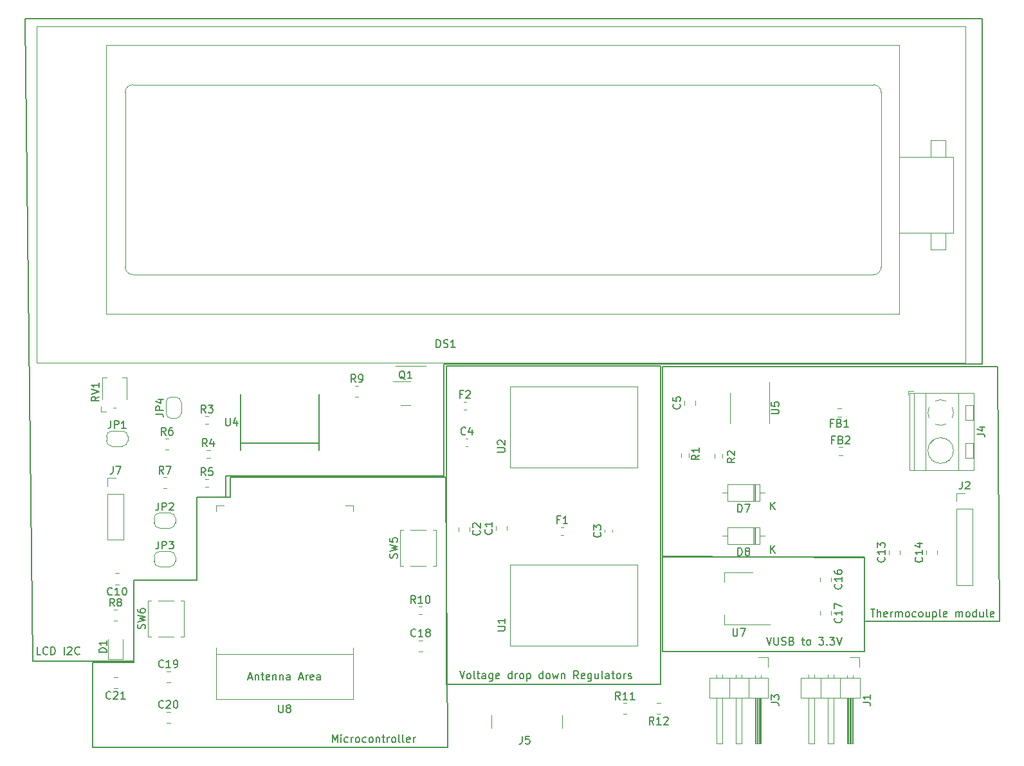
<source format=gbr>
%TF.GenerationSoftware,KiCad,Pcbnew,7.0.10*%
%TF.CreationDate,2024-04-09T14:21:01-07:00*%
%TF.ProjectId,COFFEE_MAKER,434f4646-4545-45f4-9d41-4b45522e6b69,rev?*%
%TF.SameCoordinates,Original*%
%TF.FileFunction,Legend,Top*%
%TF.FilePolarity,Positive*%
%FSLAX46Y46*%
G04 Gerber Fmt 4.6, Leading zero omitted, Abs format (unit mm)*
G04 Created by KiCad (PCBNEW 7.0.10) date 2024-04-09 14:21:01*
%MOMM*%
%LPD*%
G01*
G04 APERTURE LIST*
%ADD10C,0.150000*%
%ADD11C,0.120000*%
%ADD12C,0.203200*%
G04 APERTURE END LIST*
D10*
X184277000Y-92964000D02*
X210820000Y-92964000D01*
X210820000Y-105410000D01*
X184277000Y-105410000D01*
X184277000Y-92964000D01*
X155956000Y-117983000D02*
X109220000Y-117983000D01*
X109220000Y-106807000D01*
X114681000Y-106807000D01*
X114681000Y-96012000D01*
X122936000Y-96012000D01*
X122936000Y-85090000D01*
X127381000Y-85090000D01*
X127381000Y-82423000D01*
X155702000Y-82423000D01*
X155956000Y-117983000D01*
X226314000Y-67564000D02*
X155448000Y-67564000D01*
X155448000Y-82296000D01*
X126746000Y-82296000D01*
X126746000Y-85090000D01*
X122936000Y-85090000D01*
X122936000Y-96012000D01*
X114681000Y-96012000D01*
X114681000Y-106680000D01*
X109601000Y-106680000D01*
X101346000Y-106680000D01*
X100330000Y-22098000D01*
X226314000Y-22098000D01*
X226314000Y-67564000D01*
X155829000Y-67818000D02*
X184023000Y-67818000D01*
X184023000Y-109728000D01*
X155829000Y-109728000D01*
X155829000Y-67818000D01*
X228600000Y-101404331D02*
X210820000Y-101404331D01*
X210820000Y-93022331D01*
X184277000Y-92895331D01*
X184277000Y-67876331D01*
X228346000Y-67876331D01*
X228600000Y-101404331D01*
X157546922Y-107962819D02*
X157880255Y-108962819D01*
X157880255Y-108962819D02*
X158213588Y-107962819D01*
X158689779Y-108962819D02*
X158594541Y-108915200D01*
X158594541Y-108915200D02*
X158546922Y-108867580D01*
X158546922Y-108867580D02*
X158499303Y-108772342D01*
X158499303Y-108772342D02*
X158499303Y-108486628D01*
X158499303Y-108486628D02*
X158546922Y-108391390D01*
X158546922Y-108391390D02*
X158594541Y-108343771D01*
X158594541Y-108343771D02*
X158689779Y-108296152D01*
X158689779Y-108296152D02*
X158832636Y-108296152D01*
X158832636Y-108296152D02*
X158927874Y-108343771D01*
X158927874Y-108343771D02*
X158975493Y-108391390D01*
X158975493Y-108391390D02*
X159023112Y-108486628D01*
X159023112Y-108486628D02*
X159023112Y-108772342D01*
X159023112Y-108772342D02*
X158975493Y-108867580D01*
X158975493Y-108867580D02*
X158927874Y-108915200D01*
X158927874Y-108915200D02*
X158832636Y-108962819D01*
X158832636Y-108962819D02*
X158689779Y-108962819D01*
X159594541Y-108962819D02*
X159499303Y-108915200D01*
X159499303Y-108915200D02*
X159451684Y-108819961D01*
X159451684Y-108819961D02*
X159451684Y-107962819D01*
X159832637Y-108296152D02*
X160213589Y-108296152D01*
X159975494Y-107962819D02*
X159975494Y-108819961D01*
X159975494Y-108819961D02*
X160023113Y-108915200D01*
X160023113Y-108915200D02*
X160118351Y-108962819D01*
X160118351Y-108962819D02*
X160213589Y-108962819D01*
X160975494Y-108962819D02*
X160975494Y-108439009D01*
X160975494Y-108439009D02*
X160927875Y-108343771D01*
X160927875Y-108343771D02*
X160832637Y-108296152D01*
X160832637Y-108296152D02*
X160642161Y-108296152D01*
X160642161Y-108296152D02*
X160546923Y-108343771D01*
X160975494Y-108915200D02*
X160880256Y-108962819D01*
X160880256Y-108962819D02*
X160642161Y-108962819D01*
X160642161Y-108962819D02*
X160546923Y-108915200D01*
X160546923Y-108915200D02*
X160499304Y-108819961D01*
X160499304Y-108819961D02*
X160499304Y-108724723D01*
X160499304Y-108724723D02*
X160546923Y-108629485D01*
X160546923Y-108629485D02*
X160642161Y-108581866D01*
X160642161Y-108581866D02*
X160880256Y-108581866D01*
X160880256Y-108581866D02*
X160975494Y-108534247D01*
X161880256Y-108296152D02*
X161880256Y-109105676D01*
X161880256Y-109105676D02*
X161832637Y-109200914D01*
X161832637Y-109200914D02*
X161785018Y-109248533D01*
X161785018Y-109248533D02*
X161689780Y-109296152D01*
X161689780Y-109296152D02*
X161546923Y-109296152D01*
X161546923Y-109296152D02*
X161451685Y-109248533D01*
X161880256Y-108915200D02*
X161785018Y-108962819D01*
X161785018Y-108962819D02*
X161594542Y-108962819D01*
X161594542Y-108962819D02*
X161499304Y-108915200D01*
X161499304Y-108915200D02*
X161451685Y-108867580D01*
X161451685Y-108867580D02*
X161404066Y-108772342D01*
X161404066Y-108772342D02*
X161404066Y-108486628D01*
X161404066Y-108486628D02*
X161451685Y-108391390D01*
X161451685Y-108391390D02*
X161499304Y-108343771D01*
X161499304Y-108343771D02*
X161594542Y-108296152D01*
X161594542Y-108296152D02*
X161785018Y-108296152D01*
X161785018Y-108296152D02*
X161880256Y-108343771D01*
X162737399Y-108915200D02*
X162642161Y-108962819D01*
X162642161Y-108962819D02*
X162451685Y-108962819D01*
X162451685Y-108962819D02*
X162356447Y-108915200D01*
X162356447Y-108915200D02*
X162308828Y-108819961D01*
X162308828Y-108819961D02*
X162308828Y-108439009D01*
X162308828Y-108439009D02*
X162356447Y-108343771D01*
X162356447Y-108343771D02*
X162451685Y-108296152D01*
X162451685Y-108296152D02*
X162642161Y-108296152D01*
X162642161Y-108296152D02*
X162737399Y-108343771D01*
X162737399Y-108343771D02*
X162785018Y-108439009D01*
X162785018Y-108439009D02*
X162785018Y-108534247D01*
X162785018Y-108534247D02*
X162308828Y-108629485D01*
X164404066Y-108962819D02*
X164404066Y-107962819D01*
X164404066Y-108915200D02*
X164308828Y-108962819D01*
X164308828Y-108962819D02*
X164118352Y-108962819D01*
X164118352Y-108962819D02*
X164023114Y-108915200D01*
X164023114Y-108915200D02*
X163975495Y-108867580D01*
X163975495Y-108867580D02*
X163927876Y-108772342D01*
X163927876Y-108772342D02*
X163927876Y-108486628D01*
X163927876Y-108486628D02*
X163975495Y-108391390D01*
X163975495Y-108391390D02*
X164023114Y-108343771D01*
X164023114Y-108343771D02*
X164118352Y-108296152D01*
X164118352Y-108296152D02*
X164308828Y-108296152D01*
X164308828Y-108296152D02*
X164404066Y-108343771D01*
X164880257Y-108962819D02*
X164880257Y-108296152D01*
X164880257Y-108486628D02*
X164927876Y-108391390D01*
X164927876Y-108391390D02*
X164975495Y-108343771D01*
X164975495Y-108343771D02*
X165070733Y-108296152D01*
X165070733Y-108296152D02*
X165165971Y-108296152D01*
X165642162Y-108962819D02*
X165546924Y-108915200D01*
X165546924Y-108915200D02*
X165499305Y-108867580D01*
X165499305Y-108867580D02*
X165451686Y-108772342D01*
X165451686Y-108772342D02*
X165451686Y-108486628D01*
X165451686Y-108486628D02*
X165499305Y-108391390D01*
X165499305Y-108391390D02*
X165546924Y-108343771D01*
X165546924Y-108343771D02*
X165642162Y-108296152D01*
X165642162Y-108296152D02*
X165785019Y-108296152D01*
X165785019Y-108296152D02*
X165880257Y-108343771D01*
X165880257Y-108343771D02*
X165927876Y-108391390D01*
X165927876Y-108391390D02*
X165975495Y-108486628D01*
X165975495Y-108486628D02*
X165975495Y-108772342D01*
X165975495Y-108772342D02*
X165927876Y-108867580D01*
X165927876Y-108867580D02*
X165880257Y-108915200D01*
X165880257Y-108915200D02*
X165785019Y-108962819D01*
X165785019Y-108962819D02*
X165642162Y-108962819D01*
X166404067Y-108296152D02*
X166404067Y-109296152D01*
X166404067Y-108343771D02*
X166499305Y-108296152D01*
X166499305Y-108296152D02*
X166689781Y-108296152D01*
X166689781Y-108296152D02*
X166785019Y-108343771D01*
X166785019Y-108343771D02*
X166832638Y-108391390D01*
X166832638Y-108391390D02*
X166880257Y-108486628D01*
X166880257Y-108486628D02*
X166880257Y-108772342D01*
X166880257Y-108772342D02*
X166832638Y-108867580D01*
X166832638Y-108867580D02*
X166785019Y-108915200D01*
X166785019Y-108915200D02*
X166689781Y-108962819D01*
X166689781Y-108962819D02*
X166499305Y-108962819D01*
X166499305Y-108962819D02*
X166404067Y-108915200D01*
X168499305Y-108962819D02*
X168499305Y-107962819D01*
X168499305Y-108915200D02*
X168404067Y-108962819D01*
X168404067Y-108962819D02*
X168213591Y-108962819D01*
X168213591Y-108962819D02*
X168118353Y-108915200D01*
X168118353Y-108915200D02*
X168070734Y-108867580D01*
X168070734Y-108867580D02*
X168023115Y-108772342D01*
X168023115Y-108772342D02*
X168023115Y-108486628D01*
X168023115Y-108486628D02*
X168070734Y-108391390D01*
X168070734Y-108391390D02*
X168118353Y-108343771D01*
X168118353Y-108343771D02*
X168213591Y-108296152D01*
X168213591Y-108296152D02*
X168404067Y-108296152D01*
X168404067Y-108296152D02*
X168499305Y-108343771D01*
X169118353Y-108962819D02*
X169023115Y-108915200D01*
X169023115Y-108915200D02*
X168975496Y-108867580D01*
X168975496Y-108867580D02*
X168927877Y-108772342D01*
X168927877Y-108772342D02*
X168927877Y-108486628D01*
X168927877Y-108486628D02*
X168975496Y-108391390D01*
X168975496Y-108391390D02*
X169023115Y-108343771D01*
X169023115Y-108343771D02*
X169118353Y-108296152D01*
X169118353Y-108296152D02*
X169261210Y-108296152D01*
X169261210Y-108296152D02*
X169356448Y-108343771D01*
X169356448Y-108343771D02*
X169404067Y-108391390D01*
X169404067Y-108391390D02*
X169451686Y-108486628D01*
X169451686Y-108486628D02*
X169451686Y-108772342D01*
X169451686Y-108772342D02*
X169404067Y-108867580D01*
X169404067Y-108867580D02*
X169356448Y-108915200D01*
X169356448Y-108915200D02*
X169261210Y-108962819D01*
X169261210Y-108962819D02*
X169118353Y-108962819D01*
X169785020Y-108296152D02*
X169975496Y-108962819D01*
X169975496Y-108962819D02*
X170165972Y-108486628D01*
X170165972Y-108486628D02*
X170356448Y-108962819D01*
X170356448Y-108962819D02*
X170546924Y-108296152D01*
X170927877Y-108296152D02*
X170927877Y-108962819D01*
X170927877Y-108391390D02*
X170975496Y-108343771D01*
X170975496Y-108343771D02*
X171070734Y-108296152D01*
X171070734Y-108296152D02*
X171213591Y-108296152D01*
X171213591Y-108296152D02*
X171308829Y-108343771D01*
X171308829Y-108343771D02*
X171356448Y-108439009D01*
X171356448Y-108439009D02*
X171356448Y-108962819D01*
X173165972Y-108962819D02*
X172832639Y-108486628D01*
X172594544Y-108962819D02*
X172594544Y-107962819D01*
X172594544Y-107962819D02*
X172975496Y-107962819D01*
X172975496Y-107962819D02*
X173070734Y-108010438D01*
X173070734Y-108010438D02*
X173118353Y-108058057D01*
X173118353Y-108058057D02*
X173165972Y-108153295D01*
X173165972Y-108153295D02*
X173165972Y-108296152D01*
X173165972Y-108296152D02*
X173118353Y-108391390D01*
X173118353Y-108391390D02*
X173070734Y-108439009D01*
X173070734Y-108439009D02*
X172975496Y-108486628D01*
X172975496Y-108486628D02*
X172594544Y-108486628D01*
X173975496Y-108915200D02*
X173880258Y-108962819D01*
X173880258Y-108962819D02*
X173689782Y-108962819D01*
X173689782Y-108962819D02*
X173594544Y-108915200D01*
X173594544Y-108915200D02*
X173546925Y-108819961D01*
X173546925Y-108819961D02*
X173546925Y-108439009D01*
X173546925Y-108439009D02*
X173594544Y-108343771D01*
X173594544Y-108343771D02*
X173689782Y-108296152D01*
X173689782Y-108296152D02*
X173880258Y-108296152D01*
X173880258Y-108296152D02*
X173975496Y-108343771D01*
X173975496Y-108343771D02*
X174023115Y-108439009D01*
X174023115Y-108439009D02*
X174023115Y-108534247D01*
X174023115Y-108534247D02*
X173546925Y-108629485D01*
X174880258Y-108296152D02*
X174880258Y-109105676D01*
X174880258Y-109105676D02*
X174832639Y-109200914D01*
X174832639Y-109200914D02*
X174785020Y-109248533D01*
X174785020Y-109248533D02*
X174689782Y-109296152D01*
X174689782Y-109296152D02*
X174546925Y-109296152D01*
X174546925Y-109296152D02*
X174451687Y-109248533D01*
X174880258Y-108915200D02*
X174785020Y-108962819D01*
X174785020Y-108962819D02*
X174594544Y-108962819D01*
X174594544Y-108962819D02*
X174499306Y-108915200D01*
X174499306Y-108915200D02*
X174451687Y-108867580D01*
X174451687Y-108867580D02*
X174404068Y-108772342D01*
X174404068Y-108772342D02*
X174404068Y-108486628D01*
X174404068Y-108486628D02*
X174451687Y-108391390D01*
X174451687Y-108391390D02*
X174499306Y-108343771D01*
X174499306Y-108343771D02*
X174594544Y-108296152D01*
X174594544Y-108296152D02*
X174785020Y-108296152D01*
X174785020Y-108296152D02*
X174880258Y-108343771D01*
X175785020Y-108296152D02*
X175785020Y-108962819D01*
X175356449Y-108296152D02*
X175356449Y-108819961D01*
X175356449Y-108819961D02*
X175404068Y-108915200D01*
X175404068Y-108915200D02*
X175499306Y-108962819D01*
X175499306Y-108962819D02*
X175642163Y-108962819D01*
X175642163Y-108962819D02*
X175737401Y-108915200D01*
X175737401Y-108915200D02*
X175785020Y-108867580D01*
X176404068Y-108962819D02*
X176308830Y-108915200D01*
X176308830Y-108915200D02*
X176261211Y-108819961D01*
X176261211Y-108819961D02*
X176261211Y-107962819D01*
X177213592Y-108962819D02*
X177213592Y-108439009D01*
X177213592Y-108439009D02*
X177165973Y-108343771D01*
X177165973Y-108343771D02*
X177070735Y-108296152D01*
X177070735Y-108296152D02*
X176880259Y-108296152D01*
X176880259Y-108296152D02*
X176785021Y-108343771D01*
X177213592Y-108915200D02*
X177118354Y-108962819D01*
X177118354Y-108962819D02*
X176880259Y-108962819D01*
X176880259Y-108962819D02*
X176785021Y-108915200D01*
X176785021Y-108915200D02*
X176737402Y-108819961D01*
X176737402Y-108819961D02*
X176737402Y-108724723D01*
X176737402Y-108724723D02*
X176785021Y-108629485D01*
X176785021Y-108629485D02*
X176880259Y-108581866D01*
X176880259Y-108581866D02*
X177118354Y-108581866D01*
X177118354Y-108581866D02*
X177213592Y-108534247D01*
X177546926Y-108296152D02*
X177927878Y-108296152D01*
X177689783Y-107962819D02*
X177689783Y-108819961D01*
X177689783Y-108819961D02*
X177737402Y-108915200D01*
X177737402Y-108915200D02*
X177832640Y-108962819D01*
X177832640Y-108962819D02*
X177927878Y-108962819D01*
X178404069Y-108962819D02*
X178308831Y-108915200D01*
X178308831Y-108915200D02*
X178261212Y-108867580D01*
X178261212Y-108867580D02*
X178213593Y-108772342D01*
X178213593Y-108772342D02*
X178213593Y-108486628D01*
X178213593Y-108486628D02*
X178261212Y-108391390D01*
X178261212Y-108391390D02*
X178308831Y-108343771D01*
X178308831Y-108343771D02*
X178404069Y-108296152D01*
X178404069Y-108296152D02*
X178546926Y-108296152D01*
X178546926Y-108296152D02*
X178642164Y-108343771D01*
X178642164Y-108343771D02*
X178689783Y-108391390D01*
X178689783Y-108391390D02*
X178737402Y-108486628D01*
X178737402Y-108486628D02*
X178737402Y-108772342D01*
X178737402Y-108772342D02*
X178689783Y-108867580D01*
X178689783Y-108867580D02*
X178642164Y-108915200D01*
X178642164Y-108915200D02*
X178546926Y-108962819D01*
X178546926Y-108962819D02*
X178404069Y-108962819D01*
X179165974Y-108962819D02*
X179165974Y-108296152D01*
X179165974Y-108486628D02*
X179213593Y-108391390D01*
X179213593Y-108391390D02*
X179261212Y-108343771D01*
X179261212Y-108343771D02*
X179356450Y-108296152D01*
X179356450Y-108296152D02*
X179451688Y-108296152D01*
X179737403Y-108915200D02*
X179832641Y-108962819D01*
X179832641Y-108962819D02*
X180023117Y-108962819D01*
X180023117Y-108962819D02*
X180118355Y-108915200D01*
X180118355Y-108915200D02*
X180165974Y-108819961D01*
X180165974Y-108819961D02*
X180165974Y-108772342D01*
X180165974Y-108772342D02*
X180118355Y-108677104D01*
X180118355Y-108677104D02*
X180023117Y-108629485D01*
X180023117Y-108629485D02*
X179880260Y-108629485D01*
X179880260Y-108629485D02*
X179785022Y-108581866D01*
X179785022Y-108581866D02*
X179737403Y-108486628D01*
X179737403Y-108486628D02*
X179737403Y-108439009D01*
X179737403Y-108439009D02*
X179785022Y-108343771D01*
X179785022Y-108343771D02*
X179880260Y-108296152D01*
X179880260Y-108296152D02*
X180023117Y-108296152D01*
X180023117Y-108296152D02*
X180118355Y-108343771D01*
X140798779Y-117344819D02*
X140798779Y-116344819D01*
X140798779Y-116344819D02*
X141132112Y-117059104D01*
X141132112Y-117059104D02*
X141465445Y-116344819D01*
X141465445Y-116344819D02*
X141465445Y-117344819D01*
X141941636Y-117344819D02*
X141941636Y-116678152D01*
X141941636Y-116344819D02*
X141894017Y-116392438D01*
X141894017Y-116392438D02*
X141941636Y-116440057D01*
X141941636Y-116440057D02*
X141989255Y-116392438D01*
X141989255Y-116392438D02*
X141941636Y-116344819D01*
X141941636Y-116344819D02*
X141941636Y-116440057D01*
X142846397Y-117297200D02*
X142751159Y-117344819D01*
X142751159Y-117344819D02*
X142560683Y-117344819D01*
X142560683Y-117344819D02*
X142465445Y-117297200D01*
X142465445Y-117297200D02*
X142417826Y-117249580D01*
X142417826Y-117249580D02*
X142370207Y-117154342D01*
X142370207Y-117154342D02*
X142370207Y-116868628D01*
X142370207Y-116868628D02*
X142417826Y-116773390D01*
X142417826Y-116773390D02*
X142465445Y-116725771D01*
X142465445Y-116725771D02*
X142560683Y-116678152D01*
X142560683Y-116678152D02*
X142751159Y-116678152D01*
X142751159Y-116678152D02*
X142846397Y-116725771D01*
X143274969Y-117344819D02*
X143274969Y-116678152D01*
X143274969Y-116868628D02*
X143322588Y-116773390D01*
X143322588Y-116773390D02*
X143370207Y-116725771D01*
X143370207Y-116725771D02*
X143465445Y-116678152D01*
X143465445Y-116678152D02*
X143560683Y-116678152D01*
X144036874Y-117344819D02*
X143941636Y-117297200D01*
X143941636Y-117297200D02*
X143894017Y-117249580D01*
X143894017Y-117249580D02*
X143846398Y-117154342D01*
X143846398Y-117154342D02*
X143846398Y-116868628D01*
X143846398Y-116868628D02*
X143894017Y-116773390D01*
X143894017Y-116773390D02*
X143941636Y-116725771D01*
X143941636Y-116725771D02*
X144036874Y-116678152D01*
X144036874Y-116678152D02*
X144179731Y-116678152D01*
X144179731Y-116678152D02*
X144274969Y-116725771D01*
X144274969Y-116725771D02*
X144322588Y-116773390D01*
X144322588Y-116773390D02*
X144370207Y-116868628D01*
X144370207Y-116868628D02*
X144370207Y-117154342D01*
X144370207Y-117154342D02*
X144322588Y-117249580D01*
X144322588Y-117249580D02*
X144274969Y-117297200D01*
X144274969Y-117297200D02*
X144179731Y-117344819D01*
X144179731Y-117344819D02*
X144036874Y-117344819D01*
X145227350Y-117297200D02*
X145132112Y-117344819D01*
X145132112Y-117344819D02*
X144941636Y-117344819D01*
X144941636Y-117344819D02*
X144846398Y-117297200D01*
X144846398Y-117297200D02*
X144798779Y-117249580D01*
X144798779Y-117249580D02*
X144751160Y-117154342D01*
X144751160Y-117154342D02*
X144751160Y-116868628D01*
X144751160Y-116868628D02*
X144798779Y-116773390D01*
X144798779Y-116773390D02*
X144846398Y-116725771D01*
X144846398Y-116725771D02*
X144941636Y-116678152D01*
X144941636Y-116678152D02*
X145132112Y-116678152D01*
X145132112Y-116678152D02*
X145227350Y-116725771D01*
X145798779Y-117344819D02*
X145703541Y-117297200D01*
X145703541Y-117297200D02*
X145655922Y-117249580D01*
X145655922Y-117249580D02*
X145608303Y-117154342D01*
X145608303Y-117154342D02*
X145608303Y-116868628D01*
X145608303Y-116868628D02*
X145655922Y-116773390D01*
X145655922Y-116773390D02*
X145703541Y-116725771D01*
X145703541Y-116725771D02*
X145798779Y-116678152D01*
X145798779Y-116678152D02*
X145941636Y-116678152D01*
X145941636Y-116678152D02*
X146036874Y-116725771D01*
X146036874Y-116725771D02*
X146084493Y-116773390D01*
X146084493Y-116773390D02*
X146132112Y-116868628D01*
X146132112Y-116868628D02*
X146132112Y-117154342D01*
X146132112Y-117154342D02*
X146084493Y-117249580D01*
X146084493Y-117249580D02*
X146036874Y-117297200D01*
X146036874Y-117297200D02*
X145941636Y-117344819D01*
X145941636Y-117344819D02*
X145798779Y-117344819D01*
X146560684Y-116678152D02*
X146560684Y-117344819D01*
X146560684Y-116773390D02*
X146608303Y-116725771D01*
X146608303Y-116725771D02*
X146703541Y-116678152D01*
X146703541Y-116678152D02*
X146846398Y-116678152D01*
X146846398Y-116678152D02*
X146941636Y-116725771D01*
X146941636Y-116725771D02*
X146989255Y-116821009D01*
X146989255Y-116821009D02*
X146989255Y-117344819D01*
X147322589Y-116678152D02*
X147703541Y-116678152D01*
X147465446Y-116344819D02*
X147465446Y-117201961D01*
X147465446Y-117201961D02*
X147513065Y-117297200D01*
X147513065Y-117297200D02*
X147608303Y-117344819D01*
X147608303Y-117344819D02*
X147703541Y-117344819D01*
X148036875Y-117344819D02*
X148036875Y-116678152D01*
X148036875Y-116868628D02*
X148084494Y-116773390D01*
X148084494Y-116773390D02*
X148132113Y-116725771D01*
X148132113Y-116725771D02*
X148227351Y-116678152D01*
X148227351Y-116678152D02*
X148322589Y-116678152D01*
X148798780Y-117344819D02*
X148703542Y-117297200D01*
X148703542Y-117297200D02*
X148655923Y-117249580D01*
X148655923Y-117249580D02*
X148608304Y-117154342D01*
X148608304Y-117154342D02*
X148608304Y-116868628D01*
X148608304Y-116868628D02*
X148655923Y-116773390D01*
X148655923Y-116773390D02*
X148703542Y-116725771D01*
X148703542Y-116725771D02*
X148798780Y-116678152D01*
X148798780Y-116678152D02*
X148941637Y-116678152D01*
X148941637Y-116678152D02*
X149036875Y-116725771D01*
X149036875Y-116725771D02*
X149084494Y-116773390D01*
X149084494Y-116773390D02*
X149132113Y-116868628D01*
X149132113Y-116868628D02*
X149132113Y-117154342D01*
X149132113Y-117154342D02*
X149084494Y-117249580D01*
X149084494Y-117249580D02*
X149036875Y-117297200D01*
X149036875Y-117297200D02*
X148941637Y-117344819D01*
X148941637Y-117344819D02*
X148798780Y-117344819D01*
X149703542Y-117344819D02*
X149608304Y-117297200D01*
X149608304Y-117297200D02*
X149560685Y-117201961D01*
X149560685Y-117201961D02*
X149560685Y-116344819D01*
X150227352Y-117344819D02*
X150132114Y-117297200D01*
X150132114Y-117297200D02*
X150084495Y-117201961D01*
X150084495Y-117201961D02*
X150084495Y-116344819D01*
X150989257Y-117297200D02*
X150894019Y-117344819D01*
X150894019Y-117344819D02*
X150703543Y-117344819D01*
X150703543Y-117344819D02*
X150608305Y-117297200D01*
X150608305Y-117297200D02*
X150560686Y-117201961D01*
X150560686Y-117201961D02*
X150560686Y-116821009D01*
X150560686Y-116821009D02*
X150608305Y-116725771D01*
X150608305Y-116725771D02*
X150703543Y-116678152D01*
X150703543Y-116678152D02*
X150894019Y-116678152D01*
X150894019Y-116678152D02*
X150989257Y-116725771D01*
X150989257Y-116725771D02*
X151036876Y-116821009D01*
X151036876Y-116821009D02*
X151036876Y-116916247D01*
X151036876Y-116916247D02*
X150560686Y-117011485D01*
X151465448Y-117344819D02*
X151465448Y-116678152D01*
X151465448Y-116868628D02*
X151513067Y-116773390D01*
X151513067Y-116773390D02*
X151560686Y-116725771D01*
X151560686Y-116725771D02*
X151655924Y-116678152D01*
X151655924Y-116678152D02*
X151751162Y-116678152D01*
X102412969Y-105787819D02*
X101936779Y-105787819D01*
X101936779Y-105787819D02*
X101936779Y-104787819D01*
X103317731Y-105692580D02*
X103270112Y-105740200D01*
X103270112Y-105740200D02*
X103127255Y-105787819D01*
X103127255Y-105787819D02*
X103032017Y-105787819D01*
X103032017Y-105787819D02*
X102889160Y-105740200D01*
X102889160Y-105740200D02*
X102793922Y-105644961D01*
X102793922Y-105644961D02*
X102746303Y-105549723D01*
X102746303Y-105549723D02*
X102698684Y-105359247D01*
X102698684Y-105359247D02*
X102698684Y-105216390D01*
X102698684Y-105216390D02*
X102746303Y-105025914D01*
X102746303Y-105025914D02*
X102793922Y-104930676D01*
X102793922Y-104930676D02*
X102889160Y-104835438D01*
X102889160Y-104835438D02*
X103032017Y-104787819D01*
X103032017Y-104787819D02*
X103127255Y-104787819D01*
X103127255Y-104787819D02*
X103270112Y-104835438D01*
X103270112Y-104835438D02*
X103317731Y-104883057D01*
X103746303Y-105787819D02*
X103746303Y-104787819D01*
X103746303Y-104787819D02*
X103984398Y-104787819D01*
X103984398Y-104787819D02*
X104127255Y-104835438D01*
X104127255Y-104835438D02*
X104222493Y-104930676D01*
X104222493Y-104930676D02*
X104270112Y-105025914D01*
X104270112Y-105025914D02*
X104317731Y-105216390D01*
X104317731Y-105216390D02*
X104317731Y-105359247D01*
X104317731Y-105359247D02*
X104270112Y-105549723D01*
X104270112Y-105549723D02*
X104222493Y-105644961D01*
X104222493Y-105644961D02*
X104127255Y-105740200D01*
X104127255Y-105740200D02*
X103984398Y-105787819D01*
X103984398Y-105787819D02*
X103746303Y-105787819D01*
X105508208Y-105787819D02*
X105508208Y-104787819D01*
X105936779Y-104883057D02*
X105984398Y-104835438D01*
X105984398Y-104835438D02*
X106079636Y-104787819D01*
X106079636Y-104787819D02*
X106317731Y-104787819D01*
X106317731Y-104787819D02*
X106412969Y-104835438D01*
X106412969Y-104835438D02*
X106460588Y-104883057D01*
X106460588Y-104883057D02*
X106508207Y-104978295D01*
X106508207Y-104978295D02*
X106508207Y-105073533D01*
X106508207Y-105073533D02*
X106460588Y-105216390D01*
X106460588Y-105216390D02*
X105889160Y-105787819D01*
X105889160Y-105787819D02*
X106508207Y-105787819D01*
X107508207Y-105692580D02*
X107460588Y-105740200D01*
X107460588Y-105740200D02*
X107317731Y-105787819D01*
X107317731Y-105787819D02*
X107222493Y-105787819D01*
X107222493Y-105787819D02*
X107079636Y-105740200D01*
X107079636Y-105740200D02*
X106984398Y-105644961D01*
X106984398Y-105644961D02*
X106936779Y-105549723D01*
X106936779Y-105549723D02*
X106889160Y-105359247D01*
X106889160Y-105359247D02*
X106889160Y-105216390D01*
X106889160Y-105216390D02*
X106936779Y-105025914D01*
X106936779Y-105025914D02*
X106984398Y-104930676D01*
X106984398Y-104930676D02*
X107079636Y-104835438D01*
X107079636Y-104835438D02*
X107222493Y-104787819D01*
X107222493Y-104787819D02*
X107317731Y-104787819D01*
X107317731Y-104787819D02*
X107460588Y-104835438D01*
X107460588Y-104835438D02*
X107508207Y-104883057D01*
X211648922Y-99834819D02*
X212220350Y-99834819D01*
X211934636Y-100834819D02*
X211934636Y-99834819D01*
X212553684Y-100834819D02*
X212553684Y-99834819D01*
X212982255Y-100834819D02*
X212982255Y-100311009D01*
X212982255Y-100311009D02*
X212934636Y-100215771D01*
X212934636Y-100215771D02*
X212839398Y-100168152D01*
X212839398Y-100168152D02*
X212696541Y-100168152D01*
X212696541Y-100168152D02*
X212601303Y-100215771D01*
X212601303Y-100215771D02*
X212553684Y-100263390D01*
X213839398Y-100787200D02*
X213744160Y-100834819D01*
X213744160Y-100834819D02*
X213553684Y-100834819D01*
X213553684Y-100834819D02*
X213458446Y-100787200D01*
X213458446Y-100787200D02*
X213410827Y-100691961D01*
X213410827Y-100691961D02*
X213410827Y-100311009D01*
X213410827Y-100311009D02*
X213458446Y-100215771D01*
X213458446Y-100215771D02*
X213553684Y-100168152D01*
X213553684Y-100168152D02*
X213744160Y-100168152D01*
X213744160Y-100168152D02*
X213839398Y-100215771D01*
X213839398Y-100215771D02*
X213887017Y-100311009D01*
X213887017Y-100311009D02*
X213887017Y-100406247D01*
X213887017Y-100406247D02*
X213410827Y-100501485D01*
X214315589Y-100834819D02*
X214315589Y-100168152D01*
X214315589Y-100358628D02*
X214363208Y-100263390D01*
X214363208Y-100263390D02*
X214410827Y-100215771D01*
X214410827Y-100215771D02*
X214506065Y-100168152D01*
X214506065Y-100168152D02*
X214601303Y-100168152D01*
X214934637Y-100834819D02*
X214934637Y-100168152D01*
X214934637Y-100263390D02*
X214982256Y-100215771D01*
X214982256Y-100215771D02*
X215077494Y-100168152D01*
X215077494Y-100168152D02*
X215220351Y-100168152D01*
X215220351Y-100168152D02*
X215315589Y-100215771D01*
X215315589Y-100215771D02*
X215363208Y-100311009D01*
X215363208Y-100311009D02*
X215363208Y-100834819D01*
X215363208Y-100311009D02*
X215410827Y-100215771D01*
X215410827Y-100215771D02*
X215506065Y-100168152D01*
X215506065Y-100168152D02*
X215648922Y-100168152D01*
X215648922Y-100168152D02*
X215744161Y-100215771D01*
X215744161Y-100215771D02*
X215791780Y-100311009D01*
X215791780Y-100311009D02*
X215791780Y-100834819D01*
X216410827Y-100834819D02*
X216315589Y-100787200D01*
X216315589Y-100787200D02*
X216267970Y-100739580D01*
X216267970Y-100739580D02*
X216220351Y-100644342D01*
X216220351Y-100644342D02*
X216220351Y-100358628D01*
X216220351Y-100358628D02*
X216267970Y-100263390D01*
X216267970Y-100263390D02*
X216315589Y-100215771D01*
X216315589Y-100215771D02*
X216410827Y-100168152D01*
X216410827Y-100168152D02*
X216553684Y-100168152D01*
X216553684Y-100168152D02*
X216648922Y-100215771D01*
X216648922Y-100215771D02*
X216696541Y-100263390D01*
X216696541Y-100263390D02*
X216744160Y-100358628D01*
X216744160Y-100358628D02*
X216744160Y-100644342D01*
X216744160Y-100644342D02*
X216696541Y-100739580D01*
X216696541Y-100739580D02*
X216648922Y-100787200D01*
X216648922Y-100787200D02*
X216553684Y-100834819D01*
X216553684Y-100834819D02*
X216410827Y-100834819D01*
X217601303Y-100787200D02*
X217506065Y-100834819D01*
X217506065Y-100834819D02*
X217315589Y-100834819D01*
X217315589Y-100834819D02*
X217220351Y-100787200D01*
X217220351Y-100787200D02*
X217172732Y-100739580D01*
X217172732Y-100739580D02*
X217125113Y-100644342D01*
X217125113Y-100644342D02*
X217125113Y-100358628D01*
X217125113Y-100358628D02*
X217172732Y-100263390D01*
X217172732Y-100263390D02*
X217220351Y-100215771D01*
X217220351Y-100215771D02*
X217315589Y-100168152D01*
X217315589Y-100168152D02*
X217506065Y-100168152D01*
X217506065Y-100168152D02*
X217601303Y-100215771D01*
X218172732Y-100834819D02*
X218077494Y-100787200D01*
X218077494Y-100787200D02*
X218029875Y-100739580D01*
X218029875Y-100739580D02*
X217982256Y-100644342D01*
X217982256Y-100644342D02*
X217982256Y-100358628D01*
X217982256Y-100358628D02*
X218029875Y-100263390D01*
X218029875Y-100263390D02*
X218077494Y-100215771D01*
X218077494Y-100215771D02*
X218172732Y-100168152D01*
X218172732Y-100168152D02*
X218315589Y-100168152D01*
X218315589Y-100168152D02*
X218410827Y-100215771D01*
X218410827Y-100215771D02*
X218458446Y-100263390D01*
X218458446Y-100263390D02*
X218506065Y-100358628D01*
X218506065Y-100358628D02*
X218506065Y-100644342D01*
X218506065Y-100644342D02*
X218458446Y-100739580D01*
X218458446Y-100739580D02*
X218410827Y-100787200D01*
X218410827Y-100787200D02*
X218315589Y-100834819D01*
X218315589Y-100834819D02*
X218172732Y-100834819D01*
X219363208Y-100168152D02*
X219363208Y-100834819D01*
X218934637Y-100168152D02*
X218934637Y-100691961D01*
X218934637Y-100691961D02*
X218982256Y-100787200D01*
X218982256Y-100787200D02*
X219077494Y-100834819D01*
X219077494Y-100834819D02*
X219220351Y-100834819D01*
X219220351Y-100834819D02*
X219315589Y-100787200D01*
X219315589Y-100787200D02*
X219363208Y-100739580D01*
X219839399Y-100168152D02*
X219839399Y-101168152D01*
X219839399Y-100215771D02*
X219934637Y-100168152D01*
X219934637Y-100168152D02*
X220125113Y-100168152D01*
X220125113Y-100168152D02*
X220220351Y-100215771D01*
X220220351Y-100215771D02*
X220267970Y-100263390D01*
X220267970Y-100263390D02*
X220315589Y-100358628D01*
X220315589Y-100358628D02*
X220315589Y-100644342D01*
X220315589Y-100644342D02*
X220267970Y-100739580D01*
X220267970Y-100739580D02*
X220220351Y-100787200D01*
X220220351Y-100787200D02*
X220125113Y-100834819D01*
X220125113Y-100834819D02*
X219934637Y-100834819D01*
X219934637Y-100834819D02*
X219839399Y-100787200D01*
X220887018Y-100834819D02*
X220791780Y-100787200D01*
X220791780Y-100787200D02*
X220744161Y-100691961D01*
X220744161Y-100691961D02*
X220744161Y-99834819D01*
X221648923Y-100787200D02*
X221553685Y-100834819D01*
X221553685Y-100834819D02*
X221363209Y-100834819D01*
X221363209Y-100834819D02*
X221267971Y-100787200D01*
X221267971Y-100787200D02*
X221220352Y-100691961D01*
X221220352Y-100691961D02*
X221220352Y-100311009D01*
X221220352Y-100311009D02*
X221267971Y-100215771D01*
X221267971Y-100215771D02*
X221363209Y-100168152D01*
X221363209Y-100168152D02*
X221553685Y-100168152D01*
X221553685Y-100168152D02*
X221648923Y-100215771D01*
X221648923Y-100215771D02*
X221696542Y-100311009D01*
X221696542Y-100311009D02*
X221696542Y-100406247D01*
X221696542Y-100406247D02*
X221220352Y-100501485D01*
X222887019Y-100834819D02*
X222887019Y-100168152D01*
X222887019Y-100263390D02*
X222934638Y-100215771D01*
X222934638Y-100215771D02*
X223029876Y-100168152D01*
X223029876Y-100168152D02*
X223172733Y-100168152D01*
X223172733Y-100168152D02*
X223267971Y-100215771D01*
X223267971Y-100215771D02*
X223315590Y-100311009D01*
X223315590Y-100311009D02*
X223315590Y-100834819D01*
X223315590Y-100311009D02*
X223363209Y-100215771D01*
X223363209Y-100215771D02*
X223458447Y-100168152D01*
X223458447Y-100168152D02*
X223601304Y-100168152D01*
X223601304Y-100168152D02*
X223696543Y-100215771D01*
X223696543Y-100215771D02*
X223744162Y-100311009D01*
X223744162Y-100311009D02*
X223744162Y-100834819D01*
X224363209Y-100834819D02*
X224267971Y-100787200D01*
X224267971Y-100787200D02*
X224220352Y-100739580D01*
X224220352Y-100739580D02*
X224172733Y-100644342D01*
X224172733Y-100644342D02*
X224172733Y-100358628D01*
X224172733Y-100358628D02*
X224220352Y-100263390D01*
X224220352Y-100263390D02*
X224267971Y-100215771D01*
X224267971Y-100215771D02*
X224363209Y-100168152D01*
X224363209Y-100168152D02*
X224506066Y-100168152D01*
X224506066Y-100168152D02*
X224601304Y-100215771D01*
X224601304Y-100215771D02*
X224648923Y-100263390D01*
X224648923Y-100263390D02*
X224696542Y-100358628D01*
X224696542Y-100358628D02*
X224696542Y-100644342D01*
X224696542Y-100644342D02*
X224648923Y-100739580D01*
X224648923Y-100739580D02*
X224601304Y-100787200D01*
X224601304Y-100787200D02*
X224506066Y-100834819D01*
X224506066Y-100834819D02*
X224363209Y-100834819D01*
X225553685Y-100834819D02*
X225553685Y-99834819D01*
X225553685Y-100787200D02*
X225458447Y-100834819D01*
X225458447Y-100834819D02*
X225267971Y-100834819D01*
X225267971Y-100834819D02*
X225172733Y-100787200D01*
X225172733Y-100787200D02*
X225125114Y-100739580D01*
X225125114Y-100739580D02*
X225077495Y-100644342D01*
X225077495Y-100644342D02*
X225077495Y-100358628D01*
X225077495Y-100358628D02*
X225125114Y-100263390D01*
X225125114Y-100263390D02*
X225172733Y-100215771D01*
X225172733Y-100215771D02*
X225267971Y-100168152D01*
X225267971Y-100168152D02*
X225458447Y-100168152D01*
X225458447Y-100168152D02*
X225553685Y-100215771D01*
X226458447Y-100168152D02*
X226458447Y-100834819D01*
X226029876Y-100168152D02*
X226029876Y-100691961D01*
X226029876Y-100691961D02*
X226077495Y-100787200D01*
X226077495Y-100787200D02*
X226172733Y-100834819D01*
X226172733Y-100834819D02*
X226315590Y-100834819D01*
X226315590Y-100834819D02*
X226410828Y-100787200D01*
X226410828Y-100787200D02*
X226458447Y-100739580D01*
X227077495Y-100834819D02*
X226982257Y-100787200D01*
X226982257Y-100787200D02*
X226934638Y-100691961D01*
X226934638Y-100691961D02*
X226934638Y-99834819D01*
X227839400Y-100787200D02*
X227744162Y-100834819D01*
X227744162Y-100834819D02*
X227553686Y-100834819D01*
X227553686Y-100834819D02*
X227458448Y-100787200D01*
X227458448Y-100787200D02*
X227410829Y-100691961D01*
X227410829Y-100691961D02*
X227410829Y-100311009D01*
X227410829Y-100311009D02*
X227458448Y-100215771D01*
X227458448Y-100215771D02*
X227553686Y-100168152D01*
X227553686Y-100168152D02*
X227744162Y-100168152D01*
X227744162Y-100168152D02*
X227839400Y-100215771D01*
X227839400Y-100215771D02*
X227887019Y-100311009D01*
X227887019Y-100311009D02*
X227887019Y-100406247D01*
X227887019Y-100406247D02*
X227410829Y-100501485D01*
X197932922Y-103517819D02*
X198266255Y-104517819D01*
X198266255Y-104517819D02*
X198599588Y-103517819D01*
X198932922Y-103517819D02*
X198932922Y-104327342D01*
X198932922Y-104327342D02*
X198980541Y-104422580D01*
X198980541Y-104422580D02*
X199028160Y-104470200D01*
X199028160Y-104470200D02*
X199123398Y-104517819D01*
X199123398Y-104517819D02*
X199313874Y-104517819D01*
X199313874Y-104517819D02*
X199409112Y-104470200D01*
X199409112Y-104470200D02*
X199456731Y-104422580D01*
X199456731Y-104422580D02*
X199504350Y-104327342D01*
X199504350Y-104327342D02*
X199504350Y-103517819D01*
X199932922Y-104470200D02*
X200075779Y-104517819D01*
X200075779Y-104517819D02*
X200313874Y-104517819D01*
X200313874Y-104517819D02*
X200409112Y-104470200D01*
X200409112Y-104470200D02*
X200456731Y-104422580D01*
X200456731Y-104422580D02*
X200504350Y-104327342D01*
X200504350Y-104327342D02*
X200504350Y-104232104D01*
X200504350Y-104232104D02*
X200456731Y-104136866D01*
X200456731Y-104136866D02*
X200409112Y-104089247D01*
X200409112Y-104089247D02*
X200313874Y-104041628D01*
X200313874Y-104041628D02*
X200123398Y-103994009D01*
X200123398Y-103994009D02*
X200028160Y-103946390D01*
X200028160Y-103946390D02*
X199980541Y-103898771D01*
X199980541Y-103898771D02*
X199932922Y-103803533D01*
X199932922Y-103803533D02*
X199932922Y-103708295D01*
X199932922Y-103708295D02*
X199980541Y-103613057D01*
X199980541Y-103613057D02*
X200028160Y-103565438D01*
X200028160Y-103565438D02*
X200123398Y-103517819D01*
X200123398Y-103517819D02*
X200361493Y-103517819D01*
X200361493Y-103517819D02*
X200504350Y-103565438D01*
X201266255Y-103994009D02*
X201409112Y-104041628D01*
X201409112Y-104041628D02*
X201456731Y-104089247D01*
X201456731Y-104089247D02*
X201504350Y-104184485D01*
X201504350Y-104184485D02*
X201504350Y-104327342D01*
X201504350Y-104327342D02*
X201456731Y-104422580D01*
X201456731Y-104422580D02*
X201409112Y-104470200D01*
X201409112Y-104470200D02*
X201313874Y-104517819D01*
X201313874Y-104517819D02*
X200932922Y-104517819D01*
X200932922Y-104517819D02*
X200932922Y-103517819D01*
X200932922Y-103517819D02*
X201266255Y-103517819D01*
X201266255Y-103517819D02*
X201361493Y-103565438D01*
X201361493Y-103565438D02*
X201409112Y-103613057D01*
X201409112Y-103613057D02*
X201456731Y-103708295D01*
X201456731Y-103708295D02*
X201456731Y-103803533D01*
X201456731Y-103803533D02*
X201409112Y-103898771D01*
X201409112Y-103898771D02*
X201361493Y-103946390D01*
X201361493Y-103946390D02*
X201266255Y-103994009D01*
X201266255Y-103994009D02*
X200932922Y-103994009D01*
X202551970Y-103851152D02*
X202932922Y-103851152D01*
X202694827Y-103517819D02*
X202694827Y-104374961D01*
X202694827Y-104374961D02*
X202742446Y-104470200D01*
X202742446Y-104470200D02*
X202837684Y-104517819D01*
X202837684Y-104517819D02*
X202932922Y-104517819D01*
X203409113Y-104517819D02*
X203313875Y-104470200D01*
X203313875Y-104470200D02*
X203266256Y-104422580D01*
X203266256Y-104422580D02*
X203218637Y-104327342D01*
X203218637Y-104327342D02*
X203218637Y-104041628D01*
X203218637Y-104041628D02*
X203266256Y-103946390D01*
X203266256Y-103946390D02*
X203313875Y-103898771D01*
X203313875Y-103898771D02*
X203409113Y-103851152D01*
X203409113Y-103851152D02*
X203551970Y-103851152D01*
X203551970Y-103851152D02*
X203647208Y-103898771D01*
X203647208Y-103898771D02*
X203694827Y-103946390D01*
X203694827Y-103946390D02*
X203742446Y-104041628D01*
X203742446Y-104041628D02*
X203742446Y-104327342D01*
X203742446Y-104327342D02*
X203694827Y-104422580D01*
X203694827Y-104422580D02*
X203647208Y-104470200D01*
X203647208Y-104470200D02*
X203551970Y-104517819D01*
X203551970Y-104517819D02*
X203409113Y-104517819D01*
X204837685Y-103517819D02*
X205456732Y-103517819D01*
X205456732Y-103517819D02*
X205123399Y-103898771D01*
X205123399Y-103898771D02*
X205266256Y-103898771D01*
X205266256Y-103898771D02*
X205361494Y-103946390D01*
X205361494Y-103946390D02*
X205409113Y-103994009D01*
X205409113Y-103994009D02*
X205456732Y-104089247D01*
X205456732Y-104089247D02*
X205456732Y-104327342D01*
X205456732Y-104327342D02*
X205409113Y-104422580D01*
X205409113Y-104422580D02*
X205361494Y-104470200D01*
X205361494Y-104470200D02*
X205266256Y-104517819D01*
X205266256Y-104517819D02*
X204980542Y-104517819D01*
X204980542Y-104517819D02*
X204885304Y-104470200D01*
X204885304Y-104470200D02*
X204837685Y-104422580D01*
X205885304Y-104422580D02*
X205932923Y-104470200D01*
X205932923Y-104470200D02*
X205885304Y-104517819D01*
X205885304Y-104517819D02*
X205837685Y-104470200D01*
X205837685Y-104470200D02*
X205885304Y-104422580D01*
X205885304Y-104422580D02*
X205885304Y-104517819D01*
X206266256Y-103517819D02*
X206885303Y-103517819D01*
X206885303Y-103517819D02*
X206551970Y-103898771D01*
X206551970Y-103898771D02*
X206694827Y-103898771D01*
X206694827Y-103898771D02*
X206790065Y-103946390D01*
X206790065Y-103946390D02*
X206837684Y-103994009D01*
X206837684Y-103994009D02*
X206885303Y-104089247D01*
X206885303Y-104089247D02*
X206885303Y-104327342D01*
X206885303Y-104327342D02*
X206837684Y-104422580D01*
X206837684Y-104422580D02*
X206790065Y-104470200D01*
X206790065Y-104470200D02*
X206694827Y-104517819D01*
X206694827Y-104517819D02*
X206409113Y-104517819D01*
X206409113Y-104517819D02*
X206313875Y-104470200D01*
X206313875Y-104470200D02*
X206266256Y-104422580D01*
X207171018Y-103517819D02*
X207504351Y-104517819D01*
X207504351Y-104517819D02*
X207837684Y-103517819D01*
X160154580Y-89434666D02*
X160202200Y-89482285D01*
X160202200Y-89482285D02*
X160249819Y-89625142D01*
X160249819Y-89625142D02*
X160249819Y-89720380D01*
X160249819Y-89720380D02*
X160202200Y-89863237D01*
X160202200Y-89863237D02*
X160106961Y-89958475D01*
X160106961Y-89958475D02*
X160011723Y-90006094D01*
X160011723Y-90006094D02*
X159821247Y-90053713D01*
X159821247Y-90053713D02*
X159678390Y-90053713D01*
X159678390Y-90053713D02*
X159487914Y-90006094D01*
X159487914Y-90006094D02*
X159392676Y-89958475D01*
X159392676Y-89958475D02*
X159297438Y-89863237D01*
X159297438Y-89863237D02*
X159249819Y-89720380D01*
X159249819Y-89720380D02*
X159249819Y-89625142D01*
X159249819Y-89625142D02*
X159297438Y-89482285D01*
X159297438Y-89482285D02*
X159345057Y-89434666D01*
X159345057Y-89053713D02*
X159297438Y-89006094D01*
X159297438Y-89006094D02*
X159249819Y-88910856D01*
X159249819Y-88910856D02*
X159249819Y-88672761D01*
X159249819Y-88672761D02*
X159297438Y-88577523D01*
X159297438Y-88577523D02*
X159345057Y-88529904D01*
X159345057Y-88529904D02*
X159440295Y-88482285D01*
X159440295Y-88482285D02*
X159535533Y-88482285D01*
X159535533Y-88482285D02*
X159678390Y-88529904D01*
X159678390Y-88529904D02*
X160249819Y-89101332D01*
X160249819Y-89101332D02*
X160249819Y-88482285D01*
X161747580Y-89320666D02*
X161795200Y-89368285D01*
X161795200Y-89368285D02*
X161842819Y-89511142D01*
X161842819Y-89511142D02*
X161842819Y-89606380D01*
X161842819Y-89606380D02*
X161795200Y-89749237D01*
X161795200Y-89749237D02*
X161699961Y-89844475D01*
X161699961Y-89844475D02*
X161604723Y-89892094D01*
X161604723Y-89892094D02*
X161414247Y-89939713D01*
X161414247Y-89939713D02*
X161271390Y-89939713D01*
X161271390Y-89939713D02*
X161080914Y-89892094D01*
X161080914Y-89892094D02*
X160985676Y-89844475D01*
X160985676Y-89844475D02*
X160890438Y-89749237D01*
X160890438Y-89749237D02*
X160842819Y-89606380D01*
X160842819Y-89606380D02*
X160842819Y-89511142D01*
X160842819Y-89511142D02*
X160890438Y-89368285D01*
X160890438Y-89368285D02*
X160938057Y-89320666D01*
X161842819Y-88368285D02*
X161842819Y-88939713D01*
X161842819Y-88653999D02*
X160842819Y-88653999D01*
X160842819Y-88653999D02*
X160985676Y-88749237D01*
X160985676Y-88749237D02*
X161080914Y-88844475D01*
X161080914Y-88844475D02*
X161128533Y-88939713D01*
X118578333Y-81989819D02*
X118245000Y-81513628D01*
X118006905Y-81989819D02*
X118006905Y-80989819D01*
X118006905Y-80989819D02*
X118387857Y-80989819D01*
X118387857Y-80989819D02*
X118483095Y-81037438D01*
X118483095Y-81037438D02*
X118530714Y-81085057D01*
X118530714Y-81085057D02*
X118578333Y-81180295D01*
X118578333Y-81180295D02*
X118578333Y-81323152D01*
X118578333Y-81323152D02*
X118530714Y-81418390D01*
X118530714Y-81418390D02*
X118483095Y-81466009D01*
X118483095Y-81466009D02*
X118387857Y-81513628D01*
X118387857Y-81513628D02*
X118006905Y-81513628D01*
X118911667Y-80989819D02*
X119578333Y-80989819D01*
X119578333Y-80989819D02*
X119149762Y-81989819D01*
X206692286Y-75290249D02*
X206358953Y-75290249D01*
X206358953Y-75814059D02*
X206358953Y-74814059D01*
X206358953Y-74814059D02*
X206835143Y-74814059D01*
X207549429Y-75290249D02*
X207692286Y-75337868D01*
X207692286Y-75337868D02*
X207739905Y-75385487D01*
X207739905Y-75385487D02*
X207787524Y-75480725D01*
X207787524Y-75480725D02*
X207787524Y-75623582D01*
X207787524Y-75623582D02*
X207739905Y-75718820D01*
X207739905Y-75718820D02*
X207692286Y-75766440D01*
X207692286Y-75766440D02*
X207597048Y-75814059D01*
X207597048Y-75814059D02*
X207216096Y-75814059D01*
X207216096Y-75814059D02*
X207216096Y-74814059D01*
X207216096Y-74814059D02*
X207549429Y-74814059D01*
X207549429Y-74814059D02*
X207644667Y-74861678D01*
X207644667Y-74861678D02*
X207692286Y-74909297D01*
X207692286Y-74909297D02*
X207739905Y-75004535D01*
X207739905Y-75004535D02*
X207739905Y-75099773D01*
X207739905Y-75099773D02*
X207692286Y-75195011D01*
X207692286Y-75195011D02*
X207644667Y-75242630D01*
X207644667Y-75242630D02*
X207549429Y-75290249D01*
X207549429Y-75290249D02*
X207216096Y-75290249D01*
X208739905Y-75814059D02*
X208168477Y-75814059D01*
X208454191Y-75814059D02*
X208454191Y-74814059D01*
X208454191Y-74814059D02*
X208358953Y-74956916D01*
X208358953Y-74956916D02*
X208263715Y-75052154D01*
X208263715Y-75052154D02*
X208168477Y-75099773D01*
X133738715Y-112424059D02*
X133738715Y-113233582D01*
X133738715Y-113233582D02*
X133786334Y-113328820D01*
X133786334Y-113328820D02*
X133833953Y-113376440D01*
X133833953Y-113376440D02*
X133929191Y-113424059D01*
X133929191Y-113424059D02*
X134119667Y-113424059D01*
X134119667Y-113424059D02*
X134214905Y-113376440D01*
X134214905Y-113376440D02*
X134262524Y-113328820D01*
X134262524Y-113328820D02*
X134310143Y-113233582D01*
X134310143Y-113233582D02*
X134310143Y-112424059D01*
X134929191Y-112852630D02*
X134833953Y-112805011D01*
X134833953Y-112805011D02*
X134786334Y-112757392D01*
X134786334Y-112757392D02*
X134738715Y-112662154D01*
X134738715Y-112662154D02*
X134738715Y-112614535D01*
X134738715Y-112614535D02*
X134786334Y-112519297D01*
X134786334Y-112519297D02*
X134833953Y-112471678D01*
X134833953Y-112471678D02*
X134929191Y-112424059D01*
X134929191Y-112424059D02*
X135119667Y-112424059D01*
X135119667Y-112424059D02*
X135214905Y-112471678D01*
X135214905Y-112471678D02*
X135262524Y-112519297D01*
X135262524Y-112519297D02*
X135310143Y-112614535D01*
X135310143Y-112614535D02*
X135310143Y-112662154D01*
X135310143Y-112662154D02*
X135262524Y-112757392D01*
X135262524Y-112757392D02*
X135214905Y-112805011D01*
X135214905Y-112805011D02*
X135119667Y-112852630D01*
X135119667Y-112852630D02*
X134929191Y-112852630D01*
X134929191Y-112852630D02*
X134833953Y-112900249D01*
X134833953Y-112900249D02*
X134786334Y-112947868D01*
X134786334Y-112947868D02*
X134738715Y-113043106D01*
X134738715Y-113043106D02*
X134738715Y-113233582D01*
X134738715Y-113233582D02*
X134786334Y-113328820D01*
X134786334Y-113328820D02*
X134833953Y-113376440D01*
X134833953Y-113376440D02*
X134929191Y-113424059D01*
X134929191Y-113424059D02*
X135119667Y-113424059D01*
X135119667Y-113424059D02*
X135214905Y-113376440D01*
X135214905Y-113376440D02*
X135262524Y-113328820D01*
X135262524Y-113328820D02*
X135310143Y-113233582D01*
X135310143Y-113233582D02*
X135310143Y-113043106D01*
X135310143Y-113043106D02*
X135262524Y-112947868D01*
X135262524Y-112947868D02*
X135214905Y-112900249D01*
X135214905Y-112900249D02*
X135119667Y-112852630D01*
X129738714Y-108838344D02*
X130214904Y-108838344D01*
X129643476Y-109124059D02*
X129976809Y-108124059D01*
X129976809Y-108124059D02*
X130310142Y-109124059D01*
X130643476Y-108457392D02*
X130643476Y-109124059D01*
X130643476Y-108552630D02*
X130691095Y-108505011D01*
X130691095Y-108505011D02*
X130786333Y-108457392D01*
X130786333Y-108457392D02*
X130929190Y-108457392D01*
X130929190Y-108457392D02*
X131024428Y-108505011D01*
X131024428Y-108505011D02*
X131072047Y-108600249D01*
X131072047Y-108600249D02*
X131072047Y-109124059D01*
X131405381Y-108457392D02*
X131786333Y-108457392D01*
X131548238Y-108124059D02*
X131548238Y-108981201D01*
X131548238Y-108981201D02*
X131595857Y-109076440D01*
X131595857Y-109076440D02*
X131691095Y-109124059D01*
X131691095Y-109124059D02*
X131786333Y-109124059D01*
X132500619Y-109076440D02*
X132405381Y-109124059D01*
X132405381Y-109124059D02*
X132214905Y-109124059D01*
X132214905Y-109124059D02*
X132119667Y-109076440D01*
X132119667Y-109076440D02*
X132072048Y-108981201D01*
X132072048Y-108981201D02*
X132072048Y-108600249D01*
X132072048Y-108600249D02*
X132119667Y-108505011D01*
X132119667Y-108505011D02*
X132214905Y-108457392D01*
X132214905Y-108457392D02*
X132405381Y-108457392D01*
X132405381Y-108457392D02*
X132500619Y-108505011D01*
X132500619Y-108505011D02*
X132548238Y-108600249D01*
X132548238Y-108600249D02*
X132548238Y-108695487D01*
X132548238Y-108695487D02*
X132072048Y-108790725D01*
X132976810Y-108457392D02*
X132976810Y-109124059D01*
X132976810Y-108552630D02*
X133024429Y-108505011D01*
X133024429Y-108505011D02*
X133119667Y-108457392D01*
X133119667Y-108457392D02*
X133262524Y-108457392D01*
X133262524Y-108457392D02*
X133357762Y-108505011D01*
X133357762Y-108505011D02*
X133405381Y-108600249D01*
X133405381Y-108600249D02*
X133405381Y-109124059D01*
X133881572Y-108457392D02*
X133881572Y-109124059D01*
X133881572Y-108552630D02*
X133929191Y-108505011D01*
X133929191Y-108505011D02*
X134024429Y-108457392D01*
X134024429Y-108457392D02*
X134167286Y-108457392D01*
X134167286Y-108457392D02*
X134262524Y-108505011D01*
X134262524Y-108505011D02*
X134310143Y-108600249D01*
X134310143Y-108600249D02*
X134310143Y-109124059D01*
X135214905Y-109124059D02*
X135214905Y-108600249D01*
X135214905Y-108600249D02*
X135167286Y-108505011D01*
X135167286Y-108505011D02*
X135072048Y-108457392D01*
X135072048Y-108457392D02*
X134881572Y-108457392D01*
X134881572Y-108457392D02*
X134786334Y-108505011D01*
X135214905Y-109076440D02*
X135119667Y-109124059D01*
X135119667Y-109124059D02*
X134881572Y-109124059D01*
X134881572Y-109124059D02*
X134786334Y-109076440D01*
X134786334Y-109076440D02*
X134738715Y-108981201D01*
X134738715Y-108981201D02*
X134738715Y-108885963D01*
X134738715Y-108885963D02*
X134786334Y-108790725D01*
X134786334Y-108790725D02*
X134881572Y-108743106D01*
X134881572Y-108743106D02*
X135119667Y-108743106D01*
X135119667Y-108743106D02*
X135214905Y-108695487D01*
X136405382Y-108838344D02*
X136881572Y-108838344D01*
X136310144Y-109124059D02*
X136643477Y-108124059D01*
X136643477Y-108124059D02*
X136976810Y-109124059D01*
X137310144Y-109124059D02*
X137310144Y-108457392D01*
X137310144Y-108647868D02*
X137357763Y-108552630D01*
X137357763Y-108552630D02*
X137405382Y-108505011D01*
X137405382Y-108505011D02*
X137500620Y-108457392D01*
X137500620Y-108457392D02*
X137595858Y-108457392D01*
X138310144Y-109076440D02*
X138214906Y-109124059D01*
X138214906Y-109124059D02*
X138024430Y-109124059D01*
X138024430Y-109124059D02*
X137929192Y-109076440D01*
X137929192Y-109076440D02*
X137881573Y-108981201D01*
X137881573Y-108981201D02*
X137881573Y-108600249D01*
X137881573Y-108600249D02*
X137929192Y-108505011D01*
X137929192Y-108505011D02*
X138024430Y-108457392D01*
X138024430Y-108457392D02*
X138214906Y-108457392D01*
X138214906Y-108457392D02*
X138310144Y-108505011D01*
X138310144Y-108505011D02*
X138357763Y-108600249D01*
X138357763Y-108600249D02*
X138357763Y-108695487D01*
X138357763Y-108695487D02*
X137881573Y-108790725D01*
X139214906Y-109124059D02*
X139214906Y-108600249D01*
X139214906Y-108600249D02*
X139167287Y-108505011D01*
X139167287Y-108505011D02*
X139072049Y-108457392D01*
X139072049Y-108457392D02*
X138881573Y-108457392D01*
X138881573Y-108457392D02*
X138786335Y-108505011D01*
X139214906Y-109076440D02*
X139119668Y-109124059D01*
X139119668Y-109124059D02*
X138881573Y-109124059D01*
X138881573Y-109124059D02*
X138786335Y-109076440D01*
X138786335Y-109076440D02*
X138738716Y-108981201D01*
X138738716Y-108981201D02*
X138738716Y-108885963D01*
X138738716Y-108885963D02*
X138786335Y-108790725D01*
X138786335Y-108790725D02*
X138881573Y-108743106D01*
X138881573Y-108743106D02*
X139119668Y-108743106D01*
X139119668Y-108743106D02*
X139214906Y-108695487D01*
X151757142Y-103327580D02*
X151709523Y-103375200D01*
X151709523Y-103375200D02*
X151566666Y-103422819D01*
X151566666Y-103422819D02*
X151471428Y-103422819D01*
X151471428Y-103422819D02*
X151328571Y-103375200D01*
X151328571Y-103375200D02*
X151233333Y-103279961D01*
X151233333Y-103279961D02*
X151185714Y-103184723D01*
X151185714Y-103184723D02*
X151138095Y-102994247D01*
X151138095Y-102994247D02*
X151138095Y-102851390D01*
X151138095Y-102851390D02*
X151185714Y-102660914D01*
X151185714Y-102660914D02*
X151233333Y-102565676D01*
X151233333Y-102565676D02*
X151328571Y-102470438D01*
X151328571Y-102470438D02*
X151471428Y-102422819D01*
X151471428Y-102422819D02*
X151566666Y-102422819D01*
X151566666Y-102422819D02*
X151709523Y-102470438D01*
X151709523Y-102470438D02*
X151757142Y-102518057D01*
X152709523Y-103422819D02*
X152138095Y-103422819D01*
X152423809Y-103422819D02*
X152423809Y-102422819D01*
X152423809Y-102422819D02*
X152328571Y-102565676D01*
X152328571Y-102565676D02*
X152233333Y-102660914D01*
X152233333Y-102660914D02*
X152138095Y-102708533D01*
X153280952Y-102851390D02*
X153185714Y-102803771D01*
X153185714Y-102803771D02*
X153138095Y-102756152D01*
X153138095Y-102756152D02*
X153090476Y-102660914D01*
X153090476Y-102660914D02*
X153090476Y-102613295D01*
X153090476Y-102613295D02*
X153138095Y-102518057D01*
X153138095Y-102518057D02*
X153185714Y-102470438D01*
X153185714Y-102470438D02*
X153280952Y-102422819D01*
X153280952Y-102422819D02*
X153471428Y-102422819D01*
X153471428Y-102422819D02*
X153566666Y-102470438D01*
X153566666Y-102470438D02*
X153614285Y-102518057D01*
X153614285Y-102518057D02*
X153661904Y-102613295D01*
X153661904Y-102613295D02*
X153661904Y-102660914D01*
X153661904Y-102660914D02*
X153614285Y-102756152D01*
X153614285Y-102756152D02*
X153566666Y-102803771D01*
X153566666Y-102803771D02*
X153471428Y-102851390D01*
X153471428Y-102851390D02*
X153280952Y-102851390D01*
X153280952Y-102851390D02*
X153185714Y-102899009D01*
X153185714Y-102899009D02*
X153138095Y-102946628D01*
X153138095Y-102946628D02*
X153090476Y-103041866D01*
X153090476Y-103041866D02*
X153090476Y-103232342D01*
X153090476Y-103232342D02*
X153138095Y-103327580D01*
X153138095Y-103327580D02*
X153185714Y-103375200D01*
X153185714Y-103375200D02*
X153280952Y-103422819D01*
X153280952Y-103422819D02*
X153471428Y-103422819D01*
X153471428Y-103422819D02*
X153566666Y-103375200D01*
X153566666Y-103375200D02*
X153614285Y-103327580D01*
X153614285Y-103327580D02*
X153661904Y-103232342D01*
X153661904Y-103232342D02*
X153661904Y-103041866D01*
X153661904Y-103041866D02*
X153614285Y-102946628D01*
X153614285Y-102946628D02*
X153566666Y-102899009D01*
X153566666Y-102899009D02*
X153471428Y-102851390D01*
X149292200Y-93071332D02*
X149339819Y-92928475D01*
X149339819Y-92928475D02*
X149339819Y-92690380D01*
X149339819Y-92690380D02*
X149292200Y-92595142D01*
X149292200Y-92595142D02*
X149244580Y-92547523D01*
X149244580Y-92547523D02*
X149149342Y-92499904D01*
X149149342Y-92499904D02*
X149054104Y-92499904D01*
X149054104Y-92499904D02*
X148958866Y-92547523D01*
X148958866Y-92547523D02*
X148911247Y-92595142D01*
X148911247Y-92595142D02*
X148863628Y-92690380D01*
X148863628Y-92690380D02*
X148816009Y-92880856D01*
X148816009Y-92880856D02*
X148768390Y-92976094D01*
X148768390Y-92976094D02*
X148720771Y-93023713D01*
X148720771Y-93023713D02*
X148625533Y-93071332D01*
X148625533Y-93071332D02*
X148530295Y-93071332D01*
X148530295Y-93071332D02*
X148435057Y-93023713D01*
X148435057Y-93023713D02*
X148387438Y-92976094D01*
X148387438Y-92976094D02*
X148339819Y-92880856D01*
X148339819Y-92880856D02*
X148339819Y-92642761D01*
X148339819Y-92642761D02*
X148387438Y-92499904D01*
X148339819Y-92166570D02*
X149339819Y-91928475D01*
X149339819Y-91928475D02*
X148625533Y-91737999D01*
X148625533Y-91737999D02*
X149339819Y-91547523D01*
X149339819Y-91547523D02*
X148339819Y-91309428D01*
X148339819Y-90452285D02*
X148339819Y-90928475D01*
X148339819Y-90928475D02*
X148816009Y-90976094D01*
X148816009Y-90976094D02*
X148768390Y-90928475D01*
X148768390Y-90928475D02*
X148720771Y-90833237D01*
X148720771Y-90833237D02*
X148720771Y-90595142D01*
X148720771Y-90595142D02*
X148768390Y-90499904D01*
X148768390Y-90499904D02*
X148816009Y-90452285D01*
X148816009Y-90452285D02*
X148911247Y-90404666D01*
X148911247Y-90404666D02*
X149149342Y-90404666D01*
X149149342Y-90404666D02*
X149244580Y-90452285D01*
X149244580Y-90452285D02*
X149292200Y-90499904D01*
X149292200Y-90499904D02*
X149339819Y-90595142D01*
X149339819Y-90595142D02*
X149339819Y-90833237D01*
X149339819Y-90833237D02*
X149292200Y-90928475D01*
X149292200Y-90928475D02*
X149244580Y-90976094D01*
X207779580Y-96527857D02*
X207827200Y-96575476D01*
X207827200Y-96575476D02*
X207874819Y-96718333D01*
X207874819Y-96718333D02*
X207874819Y-96813571D01*
X207874819Y-96813571D02*
X207827200Y-96956428D01*
X207827200Y-96956428D02*
X207731961Y-97051666D01*
X207731961Y-97051666D02*
X207636723Y-97099285D01*
X207636723Y-97099285D02*
X207446247Y-97146904D01*
X207446247Y-97146904D02*
X207303390Y-97146904D01*
X207303390Y-97146904D02*
X207112914Y-97099285D01*
X207112914Y-97099285D02*
X207017676Y-97051666D01*
X207017676Y-97051666D02*
X206922438Y-96956428D01*
X206922438Y-96956428D02*
X206874819Y-96813571D01*
X206874819Y-96813571D02*
X206874819Y-96718333D01*
X206874819Y-96718333D02*
X206922438Y-96575476D01*
X206922438Y-96575476D02*
X206970057Y-96527857D01*
X207874819Y-95575476D02*
X207874819Y-96146904D01*
X207874819Y-95861190D02*
X206874819Y-95861190D01*
X206874819Y-95861190D02*
X207017676Y-95956428D01*
X207017676Y-95956428D02*
X207112914Y-96051666D01*
X207112914Y-96051666D02*
X207160533Y-96146904D01*
X206874819Y-94718333D02*
X206874819Y-94908809D01*
X206874819Y-94908809D02*
X206922438Y-95004047D01*
X206922438Y-95004047D02*
X206970057Y-95051666D01*
X206970057Y-95051666D02*
X207112914Y-95146904D01*
X207112914Y-95146904D02*
X207303390Y-95194523D01*
X207303390Y-95194523D02*
X207684342Y-95194523D01*
X207684342Y-95194523D02*
X207779580Y-95146904D01*
X207779580Y-95146904D02*
X207827200Y-95099285D01*
X207827200Y-95099285D02*
X207874819Y-95004047D01*
X207874819Y-95004047D02*
X207874819Y-94813571D01*
X207874819Y-94813571D02*
X207827200Y-94718333D01*
X207827200Y-94718333D02*
X207779580Y-94670714D01*
X207779580Y-94670714D02*
X207684342Y-94623095D01*
X207684342Y-94623095D02*
X207446247Y-94623095D01*
X207446247Y-94623095D02*
X207351009Y-94670714D01*
X207351009Y-94670714D02*
X207303390Y-94718333D01*
X207303390Y-94718333D02*
X207255771Y-94813571D01*
X207255771Y-94813571D02*
X207255771Y-95004047D01*
X207255771Y-95004047D02*
X207303390Y-95099285D01*
X207303390Y-95099285D02*
X207351009Y-95146904D01*
X207351009Y-95146904D02*
X207446247Y-95194523D01*
X111934666Y-81008819D02*
X111934666Y-81723104D01*
X111934666Y-81723104D02*
X111887047Y-81865961D01*
X111887047Y-81865961D02*
X111791809Y-81961200D01*
X111791809Y-81961200D02*
X111648952Y-82008819D01*
X111648952Y-82008819D02*
X111553714Y-82008819D01*
X112315619Y-81008819D02*
X112982285Y-81008819D01*
X112982285Y-81008819D02*
X112553714Y-82008819D01*
X124103333Y-82209819D02*
X123770000Y-81733628D01*
X123531905Y-82209819D02*
X123531905Y-81209819D01*
X123531905Y-81209819D02*
X123912857Y-81209819D01*
X123912857Y-81209819D02*
X124008095Y-81257438D01*
X124008095Y-81257438D02*
X124055714Y-81305057D01*
X124055714Y-81305057D02*
X124103333Y-81400295D01*
X124103333Y-81400295D02*
X124103333Y-81543152D01*
X124103333Y-81543152D02*
X124055714Y-81638390D01*
X124055714Y-81638390D02*
X124008095Y-81686009D01*
X124008095Y-81686009D02*
X123912857Y-81733628D01*
X123912857Y-81733628D02*
X123531905Y-81733628D01*
X125008095Y-81209819D02*
X124531905Y-81209819D01*
X124531905Y-81209819D02*
X124484286Y-81686009D01*
X124484286Y-81686009D02*
X124531905Y-81638390D01*
X124531905Y-81638390D02*
X124627143Y-81590771D01*
X124627143Y-81590771D02*
X124865238Y-81590771D01*
X124865238Y-81590771D02*
X124960476Y-81638390D01*
X124960476Y-81638390D02*
X125008095Y-81686009D01*
X125008095Y-81686009D02*
X125055714Y-81781247D01*
X125055714Y-81781247D02*
X125055714Y-82019342D01*
X125055714Y-82019342D02*
X125008095Y-82114580D01*
X125008095Y-82114580D02*
X124960476Y-82162200D01*
X124960476Y-82162200D02*
X124865238Y-82209819D01*
X124865238Y-82209819D02*
X124627143Y-82209819D01*
X124627143Y-82209819D02*
X124531905Y-82162200D01*
X124531905Y-82162200D02*
X124484286Y-82114580D01*
X117896666Y-85792819D02*
X117896666Y-86507104D01*
X117896666Y-86507104D02*
X117849047Y-86649961D01*
X117849047Y-86649961D02*
X117753809Y-86745200D01*
X117753809Y-86745200D02*
X117610952Y-86792819D01*
X117610952Y-86792819D02*
X117515714Y-86792819D01*
X118372857Y-86792819D02*
X118372857Y-85792819D01*
X118372857Y-85792819D02*
X118753809Y-85792819D01*
X118753809Y-85792819D02*
X118849047Y-85840438D01*
X118849047Y-85840438D02*
X118896666Y-85888057D01*
X118896666Y-85888057D02*
X118944285Y-85983295D01*
X118944285Y-85983295D02*
X118944285Y-86126152D01*
X118944285Y-86126152D02*
X118896666Y-86221390D01*
X118896666Y-86221390D02*
X118849047Y-86269009D01*
X118849047Y-86269009D02*
X118753809Y-86316628D01*
X118753809Y-86316628D02*
X118372857Y-86316628D01*
X119325238Y-85888057D02*
X119372857Y-85840438D01*
X119372857Y-85840438D02*
X119468095Y-85792819D01*
X119468095Y-85792819D02*
X119706190Y-85792819D01*
X119706190Y-85792819D02*
X119801428Y-85840438D01*
X119801428Y-85840438D02*
X119849047Y-85888057D01*
X119849047Y-85888057D02*
X119896666Y-85983295D01*
X119896666Y-85983295D02*
X119896666Y-86078533D01*
X119896666Y-86078533D02*
X119849047Y-86221390D01*
X119849047Y-86221390D02*
X119277619Y-86792819D01*
X119277619Y-86792819D02*
X119896666Y-86792819D01*
X124293333Y-78399819D02*
X123960000Y-77923628D01*
X123721905Y-78399819D02*
X123721905Y-77399819D01*
X123721905Y-77399819D02*
X124102857Y-77399819D01*
X124102857Y-77399819D02*
X124198095Y-77447438D01*
X124198095Y-77447438D02*
X124245714Y-77495057D01*
X124245714Y-77495057D02*
X124293333Y-77590295D01*
X124293333Y-77590295D02*
X124293333Y-77733152D01*
X124293333Y-77733152D02*
X124245714Y-77828390D01*
X124245714Y-77828390D02*
X124198095Y-77876009D01*
X124198095Y-77876009D02*
X124102857Y-77923628D01*
X124102857Y-77923628D02*
X123721905Y-77923628D01*
X125150476Y-77733152D02*
X125150476Y-78399819D01*
X124912381Y-77352200D02*
X124674286Y-78066485D01*
X124674286Y-78066485D02*
X125293333Y-78066485D01*
X193764059Y-79922666D02*
X193287868Y-80255999D01*
X193764059Y-80494094D02*
X192764059Y-80494094D01*
X192764059Y-80494094D02*
X192764059Y-80113142D01*
X192764059Y-80113142D02*
X192811678Y-80017904D01*
X192811678Y-80017904D02*
X192859297Y-79970285D01*
X192859297Y-79970285D02*
X192954535Y-79922666D01*
X192954535Y-79922666D02*
X193097392Y-79922666D01*
X193097392Y-79922666D02*
X193192630Y-79970285D01*
X193192630Y-79970285D02*
X193240249Y-80017904D01*
X193240249Y-80017904D02*
X193287868Y-80113142D01*
X193287868Y-80113142D02*
X193287868Y-80494094D01*
X192859297Y-79541713D02*
X192811678Y-79494094D01*
X192811678Y-79494094D02*
X192764059Y-79398856D01*
X192764059Y-79398856D02*
X192764059Y-79160761D01*
X192764059Y-79160761D02*
X192811678Y-79065523D01*
X192811678Y-79065523D02*
X192859297Y-79017904D01*
X192859297Y-79017904D02*
X192954535Y-78970285D01*
X192954535Y-78970285D02*
X193049773Y-78970285D01*
X193049773Y-78970285D02*
X193192630Y-79017904D01*
X193192630Y-79017904D02*
X193764059Y-79589332D01*
X193764059Y-79589332D02*
X193764059Y-78970285D01*
X198561819Y-74102904D02*
X199371342Y-74102904D01*
X199371342Y-74102904D02*
X199466580Y-74055285D01*
X199466580Y-74055285D02*
X199514200Y-74007666D01*
X199514200Y-74007666D02*
X199561819Y-73912428D01*
X199561819Y-73912428D02*
X199561819Y-73721952D01*
X199561819Y-73721952D02*
X199514200Y-73626714D01*
X199514200Y-73626714D02*
X199466580Y-73579095D01*
X199466580Y-73579095D02*
X199371342Y-73531476D01*
X199371342Y-73531476D02*
X198561819Y-73531476D01*
X198561819Y-72579095D02*
X198561819Y-73055285D01*
X198561819Y-73055285D02*
X199038009Y-73102904D01*
X199038009Y-73102904D02*
X198990390Y-73055285D01*
X198990390Y-73055285D02*
X198942771Y-72960047D01*
X198942771Y-72960047D02*
X198942771Y-72721952D01*
X198942771Y-72721952D02*
X198990390Y-72626714D01*
X198990390Y-72626714D02*
X199038009Y-72579095D01*
X199038009Y-72579095D02*
X199133247Y-72531476D01*
X199133247Y-72531476D02*
X199371342Y-72531476D01*
X199371342Y-72531476D02*
X199466580Y-72579095D01*
X199466580Y-72579095D02*
X199514200Y-72626714D01*
X199514200Y-72626714D02*
X199561819Y-72721952D01*
X199561819Y-72721952D02*
X199561819Y-72960047D01*
X199561819Y-72960047D02*
X199514200Y-73055285D01*
X199514200Y-73055285D02*
X199466580Y-73102904D01*
X225675439Y-76762573D02*
X226389724Y-76762573D01*
X226389724Y-76762573D02*
X226532581Y-76810192D01*
X226532581Y-76810192D02*
X226627820Y-76905430D01*
X226627820Y-76905430D02*
X226675439Y-77048287D01*
X226675439Y-77048287D02*
X226675439Y-77143525D01*
X226008772Y-75857811D02*
X226675439Y-75857811D01*
X225627820Y-76095906D02*
X226342105Y-76334001D01*
X226342105Y-76334001D02*
X226342105Y-75714954D01*
X154487714Y-65351819D02*
X154487714Y-64351819D01*
X154487714Y-64351819D02*
X154725809Y-64351819D01*
X154725809Y-64351819D02*
X154868666Y-64399438D01*
X154868666Y-64399438D02*
X154963904Y-64494676D01*
X154963904Y-64494676D02*
X155011523Y-64589914D01*
X155011523Y-64589914D02*
X155059142Y-64780390D01*
X155059142Y-64780390D02*
X155059142Y-64923247D01*
X155059142Y-64923247D02*
X155011523Y-65113723D01*
X155011523Y-65113723D02*
X154963904Y-65208961D01*
X154963904Y-65208961D02*
X154868666Y-65304200D01*
X154868666Y-65304200D02*
X154725809Y-65351819D01*
X154725809Y-65351819D02*
X154487714Y-65351819D01*
X155440095Y-65304200D02*
X155582952Y-65351819D01*
X155582952Y-65351819D02*
X155821047Y-65351819D01*
X155821047Y-65351819D02*
X155916285Y-65304200D01*
X155916285Y-65304200D02*
X155963904Y-65256580D01*
X155963904Y-65256580D02*
X156011523Y-65161342D01*
X156011523Y-65161342D02*
X156011523Y-65066104D01*
X156011523Y-65066104D02*
X155963904Y-64970866D01*
X155963904Y-64970866D02*
X155916285Y-64923247D01*
X155916285Y-64923247D02*
X155821047Y-64875628D01*
X155821047Y-64875628D02*
X155630571Y-64828009D01*
X155630571Y-64828009D02*
X155535333Y-64780390D01*
X155535333Y-64780390D02*
X155487714Y-64732771D01*
X155487714Y-64732771D02*
X155440095Y-64637533D01*
X155440095Y-64637533D02*
X155440095Y-64542295D01*
X155440095Y-64542295D02*
X155487714Y-64447057D01*
X155487714Y-64447057D02*
X155535333Y-64399438D01*
X155535333Y-64399438D02*
X155630571Y-64351819D01*
X155630571Y-64351819D02*
X155868666Y-64351819D01*
X155868666Y-64351819D02*
X156011523Y-64399438D01*
X156963904Y-65351819D02*
X156392476Y-65351819D01*
X156678190Y-65351819D02*
X156678190Y-64351819D01*
X156678190Y-64351819D02*
X156582952Y-64494676D01*
X156582952Y-64494676D02*
X156487714Y-64589914D01*
X156487714Y-64589914D02*
X156392476Y-64637533D01*
X213436580Y-92971857D02*
X213484200Y-93019476D01*
X213484200Y-93019476D02*
X213531819Y-93162333D01*
X213531819Y-93162333D02*
X213531819Y-93257571D01*
X213531819Y-93257571D02*
X213484200Y-93400428D01*
X213484200Y-93400428D02*
X213388961Y-93495666D01*
X213388961Y-93495666D02*
X213293723Y-93543285D01*
X213293723Y-93543285D02*
X213103247Y-93590904D01*
X213103247Y-93590904D02*
X212960390Y-93590904D01*
X212960390Y-93590904D02*
X212769914Y-93543285D01*
X212769914Y-93543285D02*
X212674676Y-93495666D01*
X212674676Y-93495666D02*
X212579438Y-93400428D01*
X212579438Y-93400428D02*
X212531819Y-93257571D01*
X212531819Y-93257571D02*
X212531819Y-93162333D01*
X212531819Y-93162333D02*
X212579438Y-93019476D01*
X212579438Y-93019476D02*
X212627057Y-92971857D01*
X213531819Y-92019476D02*
X213531819Y-92590904D01*
X213531819Y-92305190D02*
X212531819Y-92305190D01*
X212531819Y-92305190D02*
X212674676Y-92400428D01*
X212674676Y-92400428D02*
X212769914Y-92495666D01*
X212769914Y-92495666D02*
X212817533Y-92590904D01*
X212531819Y-91686142D02*
X212531819Y-91067095D01*
X212531819Y-91067095D02*
X212912771Y-91400428D01*
X212912771Y-91400428D02*
X212912771Y-91257571D01*
X212912771Y-91257571D02*
X212960390Y-91162333D01*
X212960390Y-91162333D02*
X213008009Y-91114714D01*
X213008009Y-91114714D02*
X213103247Y-91067095D01*
X213103247Y-91067095D02*
X213341342Y-91067095D01*
X213341342Y-91067095D02*
X213436580Y-91114714D01*
X213436580Y-91114714D02*
X213484200Y-91162333D01*
X213484200Y-91162333D02*
X213531819Y-91257571D01*
X213531819Y-91257571D02*
X213531819Y-91543285D01*
X213531819Y-91543285D02*
X213484200Y-91638523D01*
X213484200Y-91638523D02*
X213436580Y-91686142D01*
X126753715Y-74654059D02*
X126753715Y-75463582D01*
X126753715Y-75463582D02*
X126801334Y-75558820D01*
X126801334Y-75558820D02*
X126848953Y-75606440D01*
X126848953Y-75606440D02*
X126944191Y-75654059D01*
X126944191Y-75654059D02*
X127134667Y-75654059D01*
X127134667Y-75654059D02*
X127229905Y-75606440D01*
X127229905Y-75606440D02*
X127277524Y-75558820D01*
X127277524Y-75558820D02*
X127325143Y-75463582D01*
X127325143Y-75463582D02*
X127325143Y-74654059D01*
X128229905Y-74987392D02*
X128229905Y-75654059D01*
X127991810Y-74606440D02*
X127753715Y-75320725D01*
X127753715Y-75320725D02*
X128372762Y-75320725D01*
X189082819Y-79542666D02*
X188606628Y-79875999D01*
X189082819Y-80114094D02*
X188082819Y-80114094D01*
X188082819Y-80114094D02*
X188082819Y-79733142D01*
X188082819Y-79733142D02*
X188130438Y-79637904D01*
X188130438Y-79637904D02*
X188178057Y-79590285D01*
X188178057Y-79590285D02*
X188273295Y-79542666D01*
X188273295Y-79542666D02*
X188416152Y-79542666D01*
X188416152Y-79542666D02*
X188511390Y-79590285D01*
X188511390Y-79590285D02*
X188559009Y-79637904D01*
X188559009Y-79637904D02*
X188606628Y-79733142D01*
X188606628Y-79733142D02*
X188606628Y-80114094D01*
X189082819Y-78590285D02*
X189082819Y-79161713D01*
X189082819Y-78875999D02*
X188082819Y-78875999D01*
X188082819Y-78875999D02*
X188225676Y-78971237D01*
X188225676Y-78971237D02*
X188320914Y-79066475D01*
X188320914Y-79066475D02*
X188368533Y-79161713D01*
X111626666Y-75009819D02*
X111626666Y-75724104D01*
X111626666Y-75724104D02*
X111579047Y-75866961D01*
X111579047Y-75866961D02*
X111483809Y-75962200D01*
X111483809Y-75962200D02*
X111340952Y-76009819D01*
X111340952Y-76009819D02*
X111245714Y-76009819D01*
X112102857Y-76009819D02*
X112102857Y-75009819D01*
X112102857Y-75009819D02*
X112483809Y-75009819D01*
X112483809Y-75009819D02*
X112579047Y-75057438D01*
X112579047Y-75057438D02*
X112626666Y-75105057D01*
X112626666Y-75105057D02*
X112674285Y-75200295D01*
X112674285Y-75200295D02*
X112674285Y-75343152D01*
X112674285Y-75343152D02*
X112626666Y-75438390D01*
X112626666Y-75438390D02*
X112579047Y-75486009D01*
X112579047Y-75486009D02*
X112483809Y-75533628D01*
X112483809Y-75533628D02*
X112102857Y-75533628D01*
X113626666Y-76009819D02*
X113055238Y-76009819D01*
X113340952Y-76009819D02*
X113340952Y-75009819D01*
X113340952Y-75009819D02*
X113245714Y-75152676D01*
X113245714Y-75152676D02*
X113150476Y-75247914D01*
X113150476Y-75247914D02*
X113055238Y-75295533D01*
X206882286Y-77510249D02*
X206548953Y-77510249D01*
X206548953Y-78034059D02*
X206548953Y-77034059D01*
X206548953Y-77034059D02*
X207025143Y-77034059D01*
X207739429Y-77510249D02*
X207882286Y-77557868D01*
X207882286Y-77557868D02*
X207929905Y-77605487D01*
X207929905Y-77605487D02*
X207977524Y-77700725D01*
X207977524Y-77700725D02*
X207977524Y-77843582D01*
X207977524Y-77843582D02*
X207929905Y-77938820D01*
X207929905Y-77938820D02*
X207882286Y-77986440D01*
X207882286Y-77986440D02*
X207787048Y-78034059D01*
X207787048Y-78034059D02*
X207406096Y-78034059D01*
X207406096Y-78034059D02*
X207406096Y-77034059D01*
X207406096Y-77034059D02*
X207739429Y-77034059D01*
X207739429Y-77034059D02*
X207834667Y-77081678D01*
X207834667Y-77081678D02*
X207882286Y-77129297D01*
X207882286Y-77129297D02*
X207929905Y-77224535D01*
X207929905Y-77224535D02*
X207929905Y-77319773D01*
X207929905Y-77319773D02*
X207882286Y-77415011D01*
X207882286Y-77415011D02*
X207834667Y-77462630D01*
X207834667Y-77462630D02*
X207739429Y-77510249D01*
X207739429Y-77510249D02*
X207406096Y-77510249D01*
X208358477Y-77129297D02*
X208406096Y-77081678D01*
X208406096Y-77081678D02*
X208501334Y-77034059D01*
X208501334Y-77034059D02*
X208739429Y-77034059D01*
X208739429Y-77034059D02*
X208834667Y-77081678D01*
X208834667Y-77081678D02*
X208882286Y-77129297D01*
X208882286Y-77129297D02*
X208929905Y-77224535D01*
X208929905Y-77224535D02*
X208929905Y-77319773D01*
X208929905Y-77319773D02*
X208882286Y-77462630D01*
X208882286Y-77462630D02*
X208310858Y-78034059D01*
X208310858Y-78034059D02*
X208929905Y-78034059D01*
X117896666Y-90872819D02*
X117896666Y-91587104D01*
X117896666Y-91587104D02*
X117849047Y-91729961D01*
X117849047Y-91729961D02*
X117753809Y-91825200D01*
X117753809Y-91825200D02*
X117610952Y-91872819D01*
X117610952Y-91872819D02*
X117515714Y-91872819D01*
X118372857Y-91872819D02*
X118372857Y-90872819D01*
X118372857Y-90872819D02*
X118753809Y-90872819D01*
X118753809Y-90872819D02*
X118849047Y-90920438D01*
X118849047Y-90920438D02*
X118896666Y-90968057D01*
X118896666Y-90968057D02*
X118944285Y-91063295D01*
X118944285Y-91063295D02*
X118944285Y-91206152D01*
X118944285Y-91206152D02*
X118896666Y-91301390D01*
X118896666Y-91301390D02*
X118849047Y-91349009D01*
X118849047Y-91349009D02*
X118753809Y-91396628D01*
X118753809Y-91396628D02*
X118372857Y-91396628D01*
X119277619Y-90872819D02*
X119896666Y-90872819D01*
X119896666Y-90872819D02*
X119563333Y-91253771D01*
X119563333Y-91253771D02*
X119706190Y-91253771D01*
X119706190Y-91253771D02*
X119801428Y-91301390D01*
X119801428Y-91301390D02*
X119849047Y-91349009D01*
X119849047Y-91349009D02*
X119896666Y-91444247D01*
X119896666Y-91444247D02*
X119896666Y-91682342D01*
X119896666Y-91682342D02*
X119849047Y-91777580D01*
X119849047Y-91777580D02*
X119801428Y-91825200D01*
X119801428Y-91825200D02*
X119706190Y-91872819D01*
X119706190Y-91872819D02*
X119420476Y-91872819D01*
X119420476Y-91872819D02*
X119325238Y-91825200D01*
X119325238Y-91825200D02*
X119277619Y-91777580D01*
X124103333Y-73954819D02*
X123770000Y-73478628D01*
X123531905Y-73954819D02*
X123531905Y-72954819D01*
X123531905Y-72954819D02*
X123912857Y-72954819D01*
X123912857Y-72954819D02*
X124008095Y-73002438D01*
X124008095Y-73002438D02*
X124055714Y-73050057D01*
X124055714Y-73050057D02*
X124103333Y-73145295D01*
X124103333Y-73145295D02*
X124103333Y-73288152D01*
X124103333Y-73288152D02*
X124055714Y-73383390D01*
X124055714Y-73383390D02*
X124008095Y-73431009D01*
X124008095Y-73431009D02*
X123912857Y-73478628D01*
X123912857Y-73478628D02*
X123531905Y-73478628D01*
X124436667Y-72954819D02*
X125055714Y-72954819D01*
X125055714Y-72954819D02*
X124722381Y-73335771D01*
X124722381Y-73335771D02*
X124865238Y-73335771D01*
X124865238Y-73335771D02*
X124960476Y-73383390D01*
X124960476Y-73383390D02*
X125008095Y-73431009D01*
X125008095Y-73431009D02*
X125055714Y-73526247D01*
X125055714Y-73526247D02*
X125055714Y-73764342D01*
X125055714Y-73764342D02*
X125008095Y-73859580D01*
X125008095Y-73859580D02*
X124960476Y-73907200D01*
X124960476Y-73907200D02*
X124865238Y-73954819D01*
X124865238Y-73954819D02*
X124579524Y-73954819D01*
X124579524Y-73954819D02*
X124484286Y-73907200D01*
X124484286Y-73907200D02*
X124436667Y-73859580D01*
X117550439Y-74127573D02*
X118264724Y-74127573D01*
X118264724Y-74127573D02*
X118407581Y-74175192D01*
X118407581Y-74175192D02*
X118502820Y-74270430D01*
X118502820Y-74270430D02*
X118550439Y-74413287D01*
X118550439Y-74413287D02*
X118550439Y-74508525D01*
X118550439Y-73651382D02*
X117550439Y-73651382D01*
X117550439Y-73651382D02*
X117550439Y-73270430D01*
X117550439Y-73270430D02*
X117598058Y-73175192D01*
X117598058Y-73175192D02*
X117645677Y-73127573D01*
X117645677Y-73127573D02*
X117740915Y-73079954D01*
X117740915Y-73079954D02*
X117883772Y-73079954D01*
X117883772Y-73079954D02*
X117979010Y-73127573D01*
X117979010Y-73127573D02*
X118026629Y-73175192D01*
X118026629Y-73175192D02*
X118074248Y-73270430D01*
X118074248Y-73270430D02*
X118074248Y-73651382D01*
X117883772Y-72222811D02*
X118550439Y-72222811D01*
X117502820Y-72460906D02*
X118217105Y-72699001D01*
X118217105Y-72699001D02*
X118217105Y-72079954D01*
X176069080Y-89688666D02*
X176116700Y-89736285D01*
X176116700Y-89736285D02*
X176164319Y-89879142D01*
X176164319Y-89879142D02*
X176164319Y-89974380D01*
X176164319Y-89974380D02*
X176116700Y-90117237D01*
X176116700Y-90117237D02*
X176021461Y-90212475D01*
X176021461Y-90212475D02*
X175926223Y-90260094D01*
X175926223Y-90260094D02*
X175735747Y-90307713D01*
X175735747Y-90307713D02*
X175592890Y-90307713D01*
X175592890Y-90307713D02*
X175402414Y-90260094D01*
X175402414Y-90260094D02*
X175307176Y-90212475D01*
X175307176Y-90212475D02*
X175211938Y-90117237D01*
X175211938Y-90117237D02*
X175164319Y-89974380D01*
X175164319Y-89974380D02*
X175164319Y-89879142D01*
X175164319Y-89879142D02*
X175211938Y-89736285D01*
X175211938Y-89736285D02*
X175259557Y-89688666D01*
X175164319Y-89355332D02*
X175164319Y-88736285D01*
X175164319Y-88736285D02*
X175545271Y-89069618D01*
X175545271Y-89069618D02*
X175545271Y-88926761D01*
X175545271Y-88926761D02*
X175592890Y-88831523D01*
X175592890Y-88831523D02*
X175640509Y-88783904D01*
X175640509Y-88783904D02*
X175735747Y-88736285D01*
X175735747Y-88736285D02*
X175973842Y-88736285D01*
X175973842Y-88736285D02*
X176069080Y-88783904D01*
X176069080Y-88783904D02*
X176116700Y-88831523D01*
X176116700Y-88831523D02*
X176164319Y-88926761D01*
X176164319Y-88926761D02*
X176164319Y-89212475D01*
X176164319Y-89212475D02*
X176116700Y-89307713D01*
X176116700Y-89307713D02*
X176069080Y-89355332D01*
X118549142Y-112725580D02*
X118501523Y-112773200D01*
X118501523Y-112773200D02*
X118358666Y-112820819D01*
X118358666Y-112820819D02*
X118263428Y-112820819D01*
X118263428Y-112820819D02*
X118120571Y-112773200D01*
X118120571Y-112773200D02*
X118025333Y-112677961D01*
X118025333Y-112677961D02*
X117977714Y-112582723D01*
X117977714Y-112582723D02*
X117930095Y-112392247D01*
X117930095Y-112392247D02*
X117930095Y-112249390D01*
X117930095Y-112249390D02*
X117977714Y-112058914D01*
X117977714Y-112058914D02*
X118025333Y-111963676D01*
X118025333Y-111963676D02*
X118120571Y-111868438D01*
X118120571Y-111868438D02*
X118263428Y-111820819D01*
X118263428Y-111820819D02*
X118358666Y-111820819D01*
X118358666Y-111820819D02*
X118501523Y-111868438D01*
X118501523Y-111868438D02*
X118549142Y-111916057D01*
X118930095Y-111916057D02*
X118977714Y-111868438D01*
X118977714Y-111868438D02*
X119072952Y-111820819D01*
X119072952Y-111820819D02*
X119311047Y-111820819D01*
X119311047Y-111820819D02*
X119406285Y-111868438D01*
X119406285Y-111868438D02*
X119453904Y-111916057D01*
X119453904Y-111916057D02*
X119501523Y-112011295D01*
X119501523Y-112011295D02*
X119501523Y-112106533D01*
X119501523Y-112106533D02*
X119453904Y-112249390D01*
X119453904Y-112249390D02*
X118882476Y-112820819D01*
X118882476Y-112820819D02*
X119501523Y-112820819D01*
X120120571Y-111820819D02*
X120215809Y-111820819D01*
X120215809Y-111820819D02*
X120311047Y-111868438D01*
X120311047Y-111868438D02*
X120358666Y-111916057D01*
X120358666Y-111916057D02*
X120406285Y-112011295D01*
X120406285Y-112011295D02*
X120453904Y-112201771D01*
X120453904Y-112201771D02*
X120453904Y-112439866D01*
X120453904Y-112439866D02*
X120406285Y-112630342D01*
X120406285Y-112630342D02*
X120358666Y-112725580D01*
X120358666Y-112725580D02*
X120311047Y-112773200D01*
X120311047Y-112773200D02*
X120215809Y-112820819D01*
X120215809Y-112820819D02*
X120120571Y-112820819D01*
X120120571Y-112820819D02*
X120025333Y-112773200D01*
X120025333Y-112773200D02*
X119977714Y-112725580D01*
X119977714Y-112725580D02*
X119930095Y-112630342D01*
X119930095Y-112630342D02*
X119882476Y-112439866D01*
X119882476Y-112439866D02*
X119882476Y-112201771D01*
X119882476Y-112201771D02*
X119930095Y-112011295D01*
X119930095Y-112011295D02*
X119977714Y-111916057D01*
X119977714Y-111916057D02*
X120025333Y-111868438D01*
X120025333Y-111868438D02*
X120120571Y-111820819D01*
X150351261Y-69539297D02*
X150256023Y-69491678D01*
X150256023Y-69491678D02*
X150160785Y-69396440D01*
X150160785Y-69396440D02*
X150017928Y-69253582D01*
X150017928Y-69253582D02*
X149922690Y-69205963D01*
X149922690Y-69205963D02*
X149827452Y-69205963D01*
X149875071Y-69444059D02*
X149779833Y-69396440D01*
X149779833Y-69396440D02*
X149684595Y-69301201D01*
X149684595Y-69301201D02*
X149636976Y-69110725D01*
X149636976Y-69110725D02*
X149636976Y-68777392D01*
X149636976Y-68777392D02*
X149684595Y-68586916D01*
X149684595Y-68586916D02*
X149779833Y-68491678D01*
X149779833Y-68491678D02*
X149875071Y-68444059D01*
X149875071Y-68444059D02*
X150065547Y-68444059D01*
X150065547Y-68444059D02*
X150160785Y-68491678D01*
X150160785Y-68491678D02*
X150256023Y-68586916D01*
X150256023Y-68586916D02*
X150303642Y-68777392D01*
X150303642Y-68777392D02*
X150303642Y-69110725D01*
X150303642Y-69110725D02*
X150256023Y-69301201D01*
X150256023Y-69301201D02*
X150160785Y-69396440D01*
X150160785Y-69396440D02*
X150065547Y-69444059D01*
X150065547Y-69444059D02*
X149875071Y-69444059D01*
X151256023Y-69444059D02*
X150684595Y-69444059D01*
X150970309Y-69444059D02*
X150970309Y-68444059D01*
X150970309Y-68444059D02*
X150875071Y-68586916D01*
X150875071Y-68586916D02*
X150779833Y-68682154D01*
X150779833Y-68682154D02*
X150684595Y-68729773D01*
X118549142Y-107391580D02*
X118501523Y-107439200D01*
X118501523Y-107439200D02*
X118358666Y-107486819D01*
X118358666Y-107486819D02*
X118263428Y-107486819D01*
X118263428Y-107486819D02*
X118120571Y-107439200D01*
X118120571Y-107439200D02*
X118025333Y-107343961D01*
X118025333Y-107343961D02*
X117977714Y-107248723D01*
X117977714Y-107248723D02*
X117930095Y-107058247D01*
X117930095Y-107058247D02*
X117930095Y-106915390D01*
X117930095Y-106915390D02*
X117977714Y-106724914D01*
X117977714Y-106724914D02*
X118025333Y-106629676D01*
X118025333Y-106629676D02*
X118120571Y-106534438D01*
X118120571Y-106534438D02*
X118263428Y-106486819D01*
X118263428Y-106486819D02*
X118358666Y-106486819D01*
X118358666Y-106486819D02*
X118501523Y-106534438D01*
X118501523Y-106534438D02*
X118549142Y-106582057D01*
X119501523Y-107486819D02*
X118930095Y-107486819D01*
X119215809Y-107486819D02*
X119215809Y-106486819D01*
X119215809Y-106486819D02*
X119120571Y-106629676D01*
X119120571Y-106629676D02*
X119025333Y-106724914D01*
X119025333Y-106724914D02*
X118930095Y-106772533D01*
X119977714Y-107486819D02*
X120168190Y-107486819D01*
X120168190Y-107486819D02*
X120263428Y-107439200D01*
X120263428Y-107439200D02*
X120311047Y-107391580D01*
X120311047Y-107391580D02*
X120406285Y-107248723D01*
X120406285Y-107248723D02*
X120453904Y-107058247D01*
X120453904Y-107058247D02*
X120453904Y-106677295D01*
X120453904Y-106677295D02*
X120406285Y-106582057D01*
X120406285Y-106582057D02*
X120358666Y-106534438D01*
X120358666Y-106534438D02*
X120263428Y-106486819D01*
X120263428Y-106486819D02*
X120072952Y-106486819D01*
X120072952Y-106486819D02*
X119977714Y-106534438D01*
X119977714Y-106534438D02*
X119930095Y-106582057D01*
X119930095Y-106582057D02*
X119882476Y-106677295D01*
X119882476Y-106677295D02*
X119882476Y-106915390D01*
X119882476Y-106915390D02*
X119930095Y-107010628D01*
X119930095Y-107010628D02*
X119977714Y-107058247D01*
X119977714Y-107058247D02*
X120072952Y-107105866D01*
X120072952Y-107105866D02*
X120263428Y-107105866D01*
X120263428Y-107105866D02*
X120358666Y-107058247D01*
X120358666Y-107058247D02*
X120406285Y-107010628D01*
X120406285Y-107010628D02*
X120453904Y-106915390D01*
X170710166Y-88036009D02*
X170376833Y-88036009D01*
X170376833Y-88559819D02*
X170376833Y-87559819D01*
X170376833Y-87559819D02*
X170853023Y-87559819D01*
X171757785Y-88559819D02*
X171186357Y-88559819D01*
X171472071Y-88559819D02*
X171472071Y-87559819D01*
X171472071Y-87559819D02*
X171376833Y-87702676D01*
X171376833Y-87702676D02*
X171281595Y-87797914D01*
X171281595Y-87797914D02*
X171186357Y-87845533D01*
X210624819Y-112103333D02*
X211339104Y-112103333D01*
X211339104Y-112103333D02*
X211481961Y-112150952D01*
X211481961Y-112150952D02*
X211577200Y-112246190D01*
X211577200Y-112246190D02*
X211624819Y-112389047D01*
X211624819Y-112389047D02*
X211624819Y-112484285D01*
X211624819Y-111103333D02*
X211624819Y-111674761D01*
X211624819Y-111389047D02*
X210624819Y-111389047D01*
X210624819Y-111389047D02*
X210767676Y-111484285D01*
X210767676Y-111484285D02*
X210862914Y-111579523D01*
X210862914Y-111579523D02*
X210910533Y-111674761D01*
X198559819Y-112103333D02*
X199274104Y-112103333D01*
X199274104Y-112103333D02*
X199416961Y-112150952D01*
X199416961Y-112150952D02*
X199512200Y-112246190D01*
X199512200Y-112246190D02*
X199559819Y-112389047D01*
X199559819Y-112389047D02*
X199559819Y-112484285D01*
X198559819Y-111722380D02*
X198559819Y-111103333D01*
X198559819Y-111103333D02*
X198940771Y-111436666D01*
X198940771Y-111436666D02*
X198940771Y-111293809D01*
X198940771Y-111293809D02*
X198988390Y-111198571D01*
X198988390Y-111198571D02*
X199036009Y-111150952D01*
X199036009Y-111150952D02*
X199131247Y-111103333D01*
X199131247Y-111103333D02*
X199369342Y-111103333D01*
X199369342Y-111103333D02*
X199464580Y-111150952D01*
X199464580Y-111150952D02*
X199512200Y-111198571D01*
X199512200Y-111198571D02*
X199559819Y-111293809D01*
X199559819Y-111293809D02*
X199559819Y-111579523D01*
X199559819Y-111579523D02*
X199512200Y-111674761D01*
X199512200Y-111674761D02*
X199464580Y-111722380D01*
X218389580Y-92987097D02*
X218437200Y-93034716D01*
X218437200Y-93034716D02*
X218484819Y-93177573D01*
X218484819Y-93177573D02*
X218484819Y-93272811D01*
X218484819Y-93272811D02*
X218437200Y-93415668D01*
X218437200Y-93415668D02*
X218341961Y-93510906D01*
X218341961Y-93510906D02*
X218246723Y-93558525D01*
X218246723Y-93558525D02*
X218056247Y-93606144D01*
X218056247Y-93606144D02*
X217913390Y-93606144D01*
X217913390Y-93606144D02*
X217722914Y-93558525D01*
X217722914Y-93558525D02*
X217627676Y-93510906D01*
X217627676Y-93510906D02*
X217532438Y-93415668D01*
X217532438Y-93415668D02*
X217484819Y-93272811D01*
X217484819Y-93272811D02*
X217484819Y-93177573D01*
X217484819Y-93177573D02*
X217532438Y-93034716D01*
X217532438Y-93034716D02*
X217580057Y-92987097D01*
X218484819Y-92034716D02*
X218484819Y-92606144D01*
X218484819Y-92320430D02*
X217484819Y-92320430D01*
X217484819Y-92320430D02*
X217627676Y-92415668D01*
X217627676Y-92415668D02*
X217722914Y-92510906D01*
X217722914Y-92510906D02*
X217770533Y-92606144D01*
X217818152Y-91177573D02*
X218484819Y-91177573D01*
X217437200Y-91415668D02*
X218151485Y-91653763D01*
X218151485Y-91653763D02*
X218151485Y-91034716D01*
X183102642Y-115007819D02*
X182769309Y-114531628D01*
X182531214Y-115007819D02*
X182531214Y-114007819D01*
X182531214Y-114007819D02*
X182912166Y-114007819D01*
X182912166Y-114007819D02*
X183007404Y-114055438D01*
X183007404Y-114055438D02*
X183055023Y-114103057D01*
X183055023Y-114103057D02*
X183102642Y-114198295D01*
X183102642Y-114198295D02*
X183102642Y-114341152D01*
X183102642Y-114341152D02*
X183055023Y-114436390D01*
X183055023Y-114436390D02*
X183007404Y-114484009D01*
X183007404Y-114484009D02*
X182912166Y-114531628D01*
X182912166Y-114531628D02*
X182531214Y-114531628D01*
X184055023Y-115007819D02*
X183483595Y-115007819D01*
X183769309Y-115007819D02*
X183769309Y-114007819D01*
X183769309Y-114007819D02*
X183674071Y-114150676D01*
X183674071Y-114150676D02*
X183578833Y-114245914D01*
X183578833Y-114245914D02*
X183483595Y-114293533D01*
X184435976Y-114103057D02*
X184483595Y-114055438D01*
X184483595Y-114055438D02*
X184578833Y-114007819D01*
X184578833Y-114007819D02*
X184816928Y-114007819D01*
X184816928Y-114007819D02*
X184912166Y-114055438D01*
X184912166Y-114055438D02*
X184959785Y-114103057D01*
X184959785Y-114103057D02*
X185007404Y-114198295D01*
X185007404Y-114198295D02*
X185007404Y-114293533D01*
X185007404Y-114293533D02*
X184959785Y-114436390D01*
X184959785Y-114436390D02*
X184388357Y-115007819D01*
X184388357Y-115007819D02*
X185007404Y-115007819D01*
X162535439Y-102641144D02*
X163344962Y-102641144D01*
X163344962Y-102641144D02*
X163440200Y-102593525D01*
X163440200Y-102593525D02*
X163487820Y-102545906D01*
X163487820Y-102545906D02*
X163535439Y-102450668D01*
X163535439Y-102450668D02*
X163535439Y-102260192D01*
X163535439Y-102260192D02*
X163487820Y-102164954D01*
X163487820Y-102164954D02*
X163440200Y-102117335D01*
X163440200Y-102117335D02*
X163344962Y-102069716D01*
X163344962Y-102069716D02*
X162535439Y-102069716D01*
X163535439Y-101069716D02*
X163535439Y-101641144D01*
X163535439Y-101355430D02*
X162535439Y-101355430D01*
X162535439Y-101355430D02*
X162678296Y-101450668D01*
X162678296Y-101450668D02*
X162773534Y-101545906D01*
X162773534Y-101545906D02*
X162821153Y-101641144D01*
X111060199Y-105493354D02*
X110060199Y-105493354D01*
X110060199Y-105493354D02*
X110060199Y-105255259D01*
X110060199Y-105255259D02*
X110107818Y-105112402D01*
X110107818Y-105112402D02*
X110203056Y-105017164D01*
X110203056Y-105017164D02*
X110298294Y-104969545D01*
X110298294Y-104969545D02*
X110488770Y-104921926D01*
X110488770Y-104921926D02*
X110631627Y-104921926D01*
X110631627Y-104921926D02*
X110822103Y-104969545D01*
X110822103Y-104969545D02*
X110917341Y-105017164D01*
X110917341Y-105017164D02*
X111012580Y-105112402D01*
X111012580Y-105112402D02*
X111060199Y-105255259D01*
X111060199Y-105255259D02*
X111060199Y-105493354D01*
X111060199Y-103969545D02*
X111060199Y-104540973D01*
X111060199Y-104255259D02*
X110060199Y-104255259D01*
X110060199Y-104255259D02*
X110203056Y-104350497D01*
X110203056Y-104350497D02*
X110298294Y-104445735D01*
X110298294Y-104445735D02*
X110345913Y-104540973D01*
X162530439Y-79136144D02*
X163339962Y-79136144D01*
X163339962Y-79136144D02*
X163435200Y-79088525D01*
X163435200Y-79088525D02*
X163482820Y-79040906D01*
X163482820Y-79040906D02*
X163530439Y-78945668D01*
X163530439Y-78945668D02*
X163530439Y-78755192D01*
X163530439Y-78755192D02*
X163482820Y-78659954D01*
X163482820Y-78659954D02*
X163435200Y-78612335D01*
X163435200Y-78612335D02*
X163339962Y-78564716D01*
X163339962Y-78564716D02*
X162530439Y-78564716D01*
X162625677Y-78136144D02*
X162578058Y-78088525D01*
X162578058Y-78088525D02*
X162530439Y-77993287D01*
X162530439Y-77993287D02*
X162530439Y-77755192D01*
X162530439Y-77755192D02*
X162578058Y-77659954D01*
X162578058Y-77659954D02*
X162625677Y-77612335D01*
X162625677Y-77612335D02*
X162720915Y-77564716D01*
X162720915Y-77564716D02*
X162816153Y-77564716D01*
X162816153Y-77564716D02*
X162959010Y-77612335D01*
X162959010Y-77612335D02*
X163530439Y-78183763D01*
X163530439Y-78183763D02*
X163530439Y-77564716D01*
X158329333Y-76780580D02*
X158281714Y-76828200D01*
X158281714Y-76828200D02*
X158138857Y-76875819D01*
X158138857Y-76875819D02*
X158043619Y-76875819D01*
X158043619Y-76875819D02*
X157900762Y-76828200D01*
X157900762Y-76828200D02*
X157805524Y-76732961D01*
X157805524Y-76732961D02*
X157757905Y-76637723D01*
X157757905Y-76637723D02*
X157710286Y-76447247D01*
X157710286Y-76447247D02*
X157710286Y-76304390D01*
X157710286Y-76304390D02*
X157757905Y-76113914D01*
X157757905Y-76113914D02*
X157805524Y-76018676D01*
X157805524Y-76018676D02*
X157900762Y-75923438D01*
X157900762Y-75923438D02*
X158043619Y-75875819D01*
X158043619Y-75875819D02*
X158138857Y-75875819D01*
X158138857Y-75875819D02*
X158281714Y-75923438D01*
X158281714Y-75923438D02*
X158329333Y-75971057D01*
X159186476Y-76209152D02*
X159186476Y-76875819D01*
X158948381Y-75828200D02*
X158710286Y-76542485D01*
X158710286Y-76542485D02*
X159329333Y-76542485D01*
X178681142Y-111707819D02*
X178347809Y-111231628D01*
X178109714Y-111707819D02*
X178109714Y-110707819D01*
X178109714Y-110707819D02*
X178490666Y-110707819D01*
X178490666Y-110707819D02*
X178585904Y-110755438D01*
X178585904Y-110755438D02*
X178633523Y-110803057D01*
X178633523Y-110803057D02*
X178681142Y-110898295D01*
X178681142Y-110898295D02*
X178681142Y-111041152D01*
X178681142Y-111041152D02*
X178633523Y-111136390D01*
X178633523Y-111136390D02*
X178585904Y-111184009D01*
X178585904Y-111184009D02*
X178490666Y-111231628D01*
X178490666Y-111231628D02*
X178109714Y-111231628D01*
X179633523Y-111707819D02*
X179062095Y-111707819D01*
X179347809Y-111707819D02*
X179347809Y-110707819D01*
X179347809Y-110707819D02*
X179252571Y-110850676D01*
X179252571Y-110850676D02*
X179157333Y-110945914D01*
X179157333Y-110945914D02*
X179062095Y-110993533D01*
X180585904Y-111707819D02*
X180014476Y-111707819D01*
X180300190Y-111707819D02*
X180300190Y-110707819D01*
X180300190Y-110707819D02*
X180204952Y-110850676D01*
X180204952Y-110850676D02*
X180109714Y-110945914D01*
X180109714Y-110945914D02*
X180014476Y-110993533D01*
X112093713Y-99417579D02*
X111760380Y-98941388D01*
X111522285Y-99417579D02*
X111522285Y-98417579D01*
X111522285Y-98417579D02*
X111903237Y-98417579D01*
X111903237Y-98417579D02*
X111998475Y-98465198D01*
X111998475Y-98465198D02*
X112046094Y-98512817D01*
X112046094Y-98512817D02*
X112093713Y-98608055D01*
X112093713Y-98608055D02*
X112093713Y-98750912D01*
X112093713Y-98750912D02*
X112046094Y-98846150D01*
X112046094Y-98846150D02*
X111998475Y-98893769D01*
X111998475Y-98893769D02*
X111903237Y-98941388D01*
X111903237Y-98941388D02*
X111522285Y-98941388D01*
X112665142Y-98846150D02*
X112569904Y-98798531D01*
X112569904Y-98798531D02*
X112522285Y-98750912D01*
X112522285Y-98750912D02*
X112474666Y-98655674D01*
X112474666Y-98655674D02*
X112474666Y-98608055D01*
X112474666Y-98608055D02*
X112522285Y-98512817D01*
X112522285Y-98512817D02*
X112569904Y-98465198D01*
X112569904Y-98465198D02*
X112665142Y-98417579D01*
X112665142Y-98417579D02*
X112855618Y-98417579D01*
X112855618Y-98417579D02*
X112950856Y-98465198D01*
X112950856Y-98465198D02*
X112998475Y-98512817D01*
X112998475Y-98512817D02*
X113046094Y-98608055D01*
X113046094Y-98608055D02*
X113046094Y-98655674D01*
X113046094Y-98655674D02*
X112998475Y-98750912D01*
X112998475Y-98750912D02*
X112950856Y-98798531D01*
X112950856Y-98798531D02*
X112855618Y-98846150D01*
X112855618Y-98846150D02*
X112665142Y-98846150D01*
X112665142Y-98846150D02*
X112569904Y-98893769D01*
X112569904Y-98893769D02*
X112522285Y-98941388D01*
X112522285Y-98941388D02*
X112474666Y-99036626D01*
X112474666Y-99036626D02*
X112474666Y-99227102D01*
X112474666Y-99227102D02*
X112522285Y-99322340D01*
X112522285Y-99322340D02*
X112569904Y-99369960D01*
X112569904Y-99369960D02*
X112665142Y-99417579D01*
X112665142Y-99417579D02*
X112855618Y-99417579D01*
X112855618Y-99417579D02*
X112950856Y-99369960D01*
X112950856Y-99369960D02*
X112998475Y-99322340D01*
X112998475Y-99322340D02*
X113046094Y-99227102D01*
X113046094Y-99227102D02*
X113046094Y-99036626D01*
X113046094Y-99036626D02*
X112998475Y-98941388D01*
X112998475Y-98941388D02*
X112950856Y-98893769D01*
X112950856Y-98893769D02*
X112855618Y-98846150D01*
X143851333Y-69924819D02*
X143518000Y-69448628D01*
X143279905Y-69924819D02*
X143279905Y-68924819D01*
X143279905Y-68924819D02*
X143660857Y-68924819D01*
X143660857Y-68924819D02*
X143756095Y-68972438D01*
X143756095Y-68972438D02*
X143803714Y-69020057D01*
X143803714Y-69020057D02*
X143851333Y-69115295D01*
X143851333Y-69115295D02*
X143851333Y-69258152D01*
X143851333Y-69258152D02*
X143803714Y-69353390D01*
X143803714Y-69353390D02*
X143756095Y-69401009D01*
X143756095Y-69401009D02*
X143660857Y-69448628D01*
X143660857Y-69448628D02*
X143279905Y-69448628D01*
X144327524Y-69924819D02*
X144518000Y-69924819D01*
X144518000Y-69924819D02*
X144613238Y-69877200D01*
X144613238Y-69877200D02*
X144660857Y-69829580D01*
X144660857Y-69829580D02*
X144756095Y-69686723D01*
X144756095Y-69686723D02*
X144803714Y-69496247D01*
X144803714Y-69496247D02*
X144803714Y-69115295D01*
X144803714Y-69115295D02*
X144756095Y-69020057D01*
X144756095Y-69020057D02*
X144708476Y-68972438D01*
X144708476Y-68972438D02*
X144613238Y-68924819D01*
X144613238Y-68924819D02*
X144422762Y-68924819D01*
X144422762Y-68924819D02*
X144327524Y-68972438D01*
X144327524Y-68972438D02*
X144279905Y-69020057D01*
X144279905Y-69020057D02*
X144232286Y-69115295D01*
X144232286Y-69115295D02*
X144232286Y-69353390D01*
X144232286Y-69353390D02*
X144279905Y-69448628D01*
X144279905Y-69448628D02*
X144327524Y-69496247D01*
X144327524Y-69496247D02*
X144422762Y-69543866D01*
X144422762Y-69543866D02*
X144613238Y-69543866D01*
X144613238Y-69543866D02*
X144708476Y-69496247D01*
X144708476Y-69496247D02*
X144756095Y-69448628D01*
X144756095Y-69448628D02*
X144803714Y-69353390D01*
X193523095Y-102379819D02*
X193523095Y-103189342D01*
X193523095Y-103189342D02*
X193570714Y-103284580D01*
X193570714Y-103284580D02*
X193618333Y-103332200D01*
X193618333Y-103332200D02*
X193713571Y-103379819D01*
X193713571Y-103379819D02*
X193904047Y-103379819D01*
X193904047Y-103379819D02*
X193999285Y-103332200D01*
X193999285Y-103332200D02*
X194046904Y-103284580D01*
X194046904Y-103284580D02*
X194094523Y-103189342D01*
X194094523Y-103189342D02*
X194094523Y-102379819D01*
X194475476Y-102379819D02*
X195142142Y-102379819D01*
X195142142Y-102379819D02*
X194713571Y-103379819D01*
X207779580Y-100972857D02*
X207827200Y-101020476D01*
X207827200Y-101020476D02*
X207874819Y-101163333D01*
X207874819Y-101163333D02*
X207874819Y-101258571D01*
X207874819Y-101258571D02*
X207827200Y-101401428D01*
X207827200Y-101401428D02*
X207731961Y-101496666D01*
X207731961Y-101496666D02*
X207636723Y-101544285D01*
X207636723Y-101544285D02*
X207446247Y-101591904D01*
X207446247Y-101591904D02*
X207303390Y-101591904D01*
X207303390Y-101591904D02*
X207112914Y-101544285D01*
X207112914Y-101544285D02*
X207017676Y-101496666D01*
X207017676Y-101496666D02*
X206922438Y-101401428D01*
X206922438Y-101401428D02*
X206874819Y-101258571D01*
X206874819Y-101258571D02*
X206874819Y-101163333D01*
X206874819Y-101163333D02*
X206922438Y-101020476D01*
X206922438Y-101020476D02*
X206970057Y-100972857D01*
X207874819Y-100020476D02*
X207874819Y-100591904D01*
X207874819Y-100306190D02*
X206874819Y-100306190D01*
X206874819Y-100306190D02*
X207017676Y-100401428D01*
X207017676Y-100401428D02*
X207112914Y-100496666D01*
X207112914Y-100496666D02*
X207160533Y-100591904D01*
X206874819Y-99687142D02*
X206874819Y-99020476D01*
X206874819Y-99020476D02*
X207874819Y-99449047D01*
X186520200Y-72825906D02*
X186567820Y-72873525D01*
X186567820Y-72873525D02*
X186615439Y-73016382D01*
X186615439Y-73016382D02*
X186615439Y-73111620D01*
X186615439Y-73111620D02*
X186567820Y-73254477D01*
X186567820Y-73254477D02*
X186472581Y-73349715D01*
X186472581Y-73349715D02*
X186377343Y-73397334D01*
X186377343Y-73397334D02*
X186186867Y-73444953D01*
X186186867Y-73444953D02*
X186044010Y-73444953D01*
X186044010Y-73444953D02*
X185853534Y-73397334D01*
X185853534Y-73397334D02*
X185758296Y-73349715D01*
X185758296Y-73349715D02*
X185663058Y-73254477D01*
X185663058Y-73254477D02*
X185615439Y-73111620D01*
X185615439Y-73111620D02*
X185615439Y-73016382D01*
X185615439Y-73016382D02*
X185663058Y-72873525D01*
X185663058Y-72873525D02*
X185710677Y-72825906D01*
X185615439Y-71921144D02*
X185615439Y-72397334D01*
X185615439Y-72397334D02*
X186091629Y-72444953D01*
X186091629Y-72444953D02*
X186044010Y-72397334D01*
X186044010Y-72397334D02*
X185996391Y-72302096D01*
X185996391Y-72302096D02*
X185996391Y-72064001D01*
X185996391Y-72064001D02*
X186044010Y-71968763D01*
X186044010Y-71968763D02*
X186091629Y-71921144D01*
X186091629Y-71921144D02*
X186186867Y-71873525D01*
X186186867Y-71873525D02*
X186424962Y-71873525D01*
X186424962Y-71873525D02*
X186520200Y-71921144D01*
X186520200Y-71921144D02*
X186567820Y-71968763D01*
X186567820Y-71968763D02*
X186615439Y-72064001D01*
X186615439Y-72064001D02*
X186615439Y-72302096D01*
X186615439Y-72302096D02*
X186567820Y-72397334D01*
X186567820Y-72397334D02*
X186520200Y-72444953D01*
X194181905Y-87029819D02*
X194181905Y-86029819D01*
X194181905Y-86029819D02*
X194420000Y-86029819D01*
X194420000Y-86029819D02*
X194562857Y-86077438D01*
X194562857Y-86077438D02*
X194658095Y-86172676D01*
X194658095Y-86172676D02*
X194705714Y-86267914D01*
X194705714Y-86267914D02*
X194753333Y-86458390D01*
X194753333Y-86458390D02*
X194753333Y-86601247D01*
X194753333Y-86601247D02*
X194705714Y-86791723D01*
X194705714Y-86791723D02*
X194658095Y-86886961D01*
X194658095Y-86886961D02*
X194562857Y-86982200D01*
X194562857Y-86982200D02*
X194420000Y-87029819D01*
X194420000Y-87029819D02*
X194181905Y-87029819D01*
X195086667Y-86029819D02*
X195753333Y-86029819D01*
X195753333Y-86029819D02*
X195324762Y-87029819D01*
X198468095Y-86709819D02*
X198468095Y-85709819D01*
X199039523Y-86709819D02*
X198610952Y-86138390D01*
X199039523Y-85709819D02*
X198468095Y-86281247D01*
X223702286Y-83009059D02*
X223702286Y-83723344D01*
X223702286Y-83723344D02*
X223654667Y-83866201D01*
X223654667Y-83866201D02*
X223559429Y-83961440D01*
X223559429Y-83961440D02*
X223416572Y-84009059D01*
X223416572Y-84009059D02*
X223321334Y-84009059D01*
X224130858Y-83104297D02*
X224178477Y-83056678D01*
X224178477Y-83056678D02*
X224273715Y-83009059D01*
X224273715Y-83009059D02*
X224511810Y-83009059D01*
X224511810Y-83009059D02*
X224607048Y-83056678D01*
X224607048Y-83056678D02*
X224654667Y-83104297D01*
X224654667Y-83104297D02*
X224702286Y-83199535D01*
X224702286Y-83199535D02*
X224702286Y-83294773D01*
X224702286Y-83294773D02*
X224654667Y-83437630D01*
X224654667Y-83437630D02*
X224083239Y-84009059D01*
X224083239Y-84009059D02*
X224702286Y-84009059D01*
X157908666Y-71526009D02*
X157575333Y-71526009D01*
X157575333Y-72049819D02*
X157575333Y-71049819D01*
X157575333Y-71049819D02*
X158051523Y-71049819D01*
X158384857Y-71145057D02*
X158432476Y-71097438D01*
X158432476Y-71097438D02*
X158527714Y-71049819D01*
X158527714Y-71049819D02*
X158765809Y-71049819D01*
X158765809Y-71049819D02*
X158861047Y-71097438D01*
X158861047Y-71097438D02*
X158908666Y-71145057D01*
X158908666Y-71145057D02*
X158956285Y-71240295D01*
X158956285Y-71240295D02*
X158956285Y-71335533D01*
X158956285Y-71335533D02*
X158908666Y-71478390D01*
X158908666Y-71478390D02*
X158337238Y-72049819D01*
X158337238Y-72049819D02*
X158956285Y-72049819D01*
X165782666Y-116548819D02*
X165782666Y-117263104D01*
X165782666Y-117263104D02*
X165735047Y-117405961D01*
X165735047Y-117405961D02*
X165639809Y-117501200D01*
X165639809Y-117501200D02*
X165496952Y-117548819D01*
X165496952Y-117548819D02*
X165401714Y-117548819D01*
X166735047Y-116548819D02*
X166258857Y-116548819D01*
X166258857Y-116548819D02*
X166211238Y-117025009D01*
X166211238Y-117025009D02*
X166258857Y-116977390D01*
X166258857Y-116977390D02*
X166354095Y-116929771D01*
X166354095Y-116929771D02*
X166592190Y-116929771D01*
X166592190Y-116929771D02*
X166687428Y-116977390D01*
X166687428Y-116977390D02*
X166735047Y-117025009D01*
X166735047Y-117025009D02*
X166782666Y-117120247D01*
X166782666Y-117120247D02*
X166782666Y-117358342D01*
X166782666Y-117358342D02*
X166735047Y-117453580D01*
X166735047Y-117453580D02*
X166687428Y-117501200D01*
X166687428Y-117501200D02*
X166592190Y-117548819D01*
X166592190Y-117548819D02*
X166354095Y-117548819D01*
X166354095Y-117548819D02*
X166258857Y-117501200D01*
X166258857Y-117501200D02*
X166211238Y-117453580D01*
X111817022Y-97870340D02*
X111769403Y-97917960D01*
X111769403Y-97917960D02*
X111626546Y-97965579D01*
X111626546Y-97965579D02*
X111531308Y-97965579D01*
X111531308Y-97965579D02*
X111388451Y-97917960D01*
X111388451Y-97917960D02*
X111293213Y-97822721D01*
X111293213Y-97822721D02*
X111245594Y-97727483D01*
X111245594Y-97727483D02*
X111197975Y-97537007D01*
X111197975Y-97537007D02*
X111197975Y-97394150D01*
X111197975Y-97394150D02*
X111245594Y-97203674D01*
X111245594Y-97203674D02*
X111293213Y-97108436D01*
X111293213Y-97108436D02*
X111388451Y-97013198D01*
X111388451Y-97013198D02*
X111531308Y-96965579D01*
X111531308Y-96965579D02*
X111626546Y-96965579D01*
X111626546Y-96965579D02*
X111769403Y-97013198D01*
X111769403Y-97013198D02*
X111817022Y-97060817D01*
X112769403Y-97965579D02*
X112197975Y-97965579D01*
X112483689Y-97965579D02*
X112483689Y-96965579D01*
X112483689Y-96965579D02*
X112388451Y-97108436D01*
X112388451Y-97108436D02*
X112293213Y-97203674D01*
X112293213Y-97203674D02*
X112197975Y-97251293D01*
X113388451Y-96965579D02*
X113483689Y-96965579D01*
X113483689Y-96965579D02*
X113578927Y-97013198D01*
X113578927Y-97013198D02*
X113626546Y-97060817D01*
X113626546Y-97060817D02*
X113674165Y-97156055D01*
X113674165Y-97156055D02*
X113721784Y-97346531D01*
X113721784Y-97346531D02*
X113721784Y-97584626D01*
X113721784Y-97584626D02*
X113674165Y-97775102D01*
X113674165Y-97775102D02*
X113626546Y-97870340D01*
X113626546Y-97870340D02*
X113578927Y-97917960D01*
X113578927Y-97917960D02*
X113483689Y-97965579D01*
X113483689Y-97965579D02*
X113388451Y-97965579D01*
X113388451Y-97965579D02*
X113293213Y-97917960D01*
X113293213Y-97917960D02*
X113245594Y-97870340D01*
X113245594Y-97870340D02*
X113197975Y-97775102D01*
X113197975Y-97775102D02*
X113150356Y-97584626D01*
X113150356Y-97584626D02*
X113150356Y-97346531D01*
X113150356Y-97346531D02*
X113197975Y-97156055D01*
X113197975Y-97156055D02*
X113245594Y-97060817D01*
X113245594Y-97060817D02*
X113293213Y-97013198D01*
X113293213Y-97013198D02*
X113388451Y-96965579D01*
X151732142Y-99017819D02*
X151398809Y-98541628D01*
X151160714Y-99017819D02*
X151160714Y-98017819D01*
X151160714Y-98017819D02*
X151541666Y-98017819D01*
X151541666Y-98017819D02*
X151636904Y-98065438D01*
X151636904Y-98065438D02*
X151684523Y-98113057D01*
X151684523Y-98113057D02*
X151732142Y-98208295D01*
X151732142Y-98208295D02*
X151732142Y-98351152D01*
X151732142Y-98351152D02*
X151684523Y-98446390D01*
X151684523Y-98446390D02*
X151636904Y-98494009D01*
X151636904Y-98494009D02*
X151541666Y-98541628D01*
X151541666Y-98541628D02*
X151160714Y-98541628D01*
X152684523Y-99017819D02*
X152113095Y-99017819D01*
X152398809Y-99017819D02*
X152398809Y-98017819D01*
X152398809Y-98017819D02*
X152303571Y-98160676D01*
X152303571Y-98160676D02*
X152208333Y-98255914D01*
X152208333Y-98255914D02*
X152113095Y-98303533D01*
X153303571Y-98017819D02*
X153398809Y-98017819D01*
X153398809Y-98017819D02*
X153494047Y-98065438D01*
X153494047Y-98065438D02*
X153541666Y-98113057D01*
X153541666Y-98113057D02*
X153589285Y-98208295D01*
X153589285Y-98208295D02*
X153636904Y-98398771D01*
X153636904Y-98398771D02*
X153636904Y-98636866D01*
X153636904Y-98636866D02*
X153589285Y-98827342D01*
X153589285Y-98827342D02*
X153541666Y-98922580D01*
X153541666Y-98922580D02*
X153494047Y-98970200D01*
X153494047Y-98970200D02*
X153398809Y-99017819D01*
X153398809Y-99017819D02*
X153303571Y-99017819D01*
X153303571Y-99017819D02*
X153208333Y-98970200D01*
X153208333Y-98970200D02*
X153160714Y-98922580D01*
X153160714Y-98922580D02*
X153113095Y-98827342D01*
X153113095Y-98827342D02*
X153065476Y-98636866D01*
X153065476Y-98636866D02*
X153065476Y-98398771D01*
X153065476Y-98398771D02*
X153113095Y-98208295D01*
X153113095Y-98208295D02*
X153160714Y-98113057D01*
X153160714Y-98113057D02*
X153208333Y-98065438D01*
X153208333Y-98065438D02*
X153303571Y-98017819D01*
X110079819Y-71820238D02*
X109603628Y-72153571D01*
X110079819Y-72391666D02*
X109079819Y-72391666D01*
X109079819Y-72391666D02*
X109079819Y-72010714D01*
X109079819Y-72010714D02*
X109127438Y-71915476D01*
X109127438Y-71915476D02*
X109175057Y-71867857D01*
X109175057Y-71867857D02*
X109270295Y-71820238D01*
X109270295Y-71820238D02*
X109413152Y-71820238D01*
X109413152Y-71820238D02*
X109508390Y-71867857D01*
X109508390Y-71867857D02*
X109556009Y-71915476D01*
X109556009Y-71915476D02*
X109603628Y-72010714D01*
X109603628Y-72010714D02*
X109603628Y-72391666D01*
X109079819Y-71534523D02*
X110079819Y-71201190D01*
X110079819Y-71201190D02*
X109079819Y-70867857D01*
X110079819Y-70010714D02*
X110079819Y-70582142D01*
X110079819Y-70296428D02*
X109079819Y-70296428D01*
X109079819Y-70296428D02*
X109222676Y-70391666D01*
X109222676Y-70391666D02*
X109317914Y-70486904D01*
X109317914Y-70486904D02*
X109365533Y-70582142D01*
X118855833Y-76909819D02*
X118522500Y-76433628D01*
X118284405Y-76909819D02*
X118284405Y-75909819D01*
X118284405Y-75909819D02*
X118665357Y-75909819D01*
X118665357Y-75909819D02*
X118760595Y-75957438D01*
X118760595Y-75957438D02*
X118808214Y-76005057D01*
X118808214Y-76005057D02*
X118855833Y-76100295D01*
X118855833Y-76100295D02*
X118855833Y-76243152D01*
X118855833Y-76243152D02*
X118808214Y-76338390D01*
X118808214Y-76338390D02*
X118760595Y-76386009D01*
X118760595Y-76386009D02*
X118665357Y-76433628D01*
X118665357Y-76433628D02*
X118284405Y-76433628D01*
X119712976Y-75909819D02*
X119522500Y-75909819D01*
X119522500Y-75909819D02*
X119427262Y-75957438D01*
X119427262Y-75957438D02*
X119379643Y-76005057D01*
X119379643Y-76005057D02*
X119284405Y-76147914D01*
X119284405Y-76147914D02*
X119236786Y-76338390D01*
X119236786Y-76338390D02*
X119236786Y-76719342D01*
X119236786Y-76719342D02*
X119284405Y-76814580D01*
X119284405Y-76814580D02*
X119332024Y-76862200D01*
X119332024Y-76862200D02*
X119427262Y-76909819D01*
X119427262Y-76909819D02*
X119617738Y-76909819D01*
X119617738Y-76909819D02*
X119712976Y-76862200D01*
X119712976Y-76862200D02*
X119760595Y-76814580D01*
X119760595Y-76814580D02*
X119808214Y-76719342D01*
X119808214Y-76719342D02*
X119808214Y-76481247D01*
X119808214Y-76481247D02*
X119760595Y-76386009D01*
X119760595Y-76386009D02*
X119712976Y-76338390D01*
X119712976Y-76338390D02*
X119617738Y-76290771D01*
X119617738Y-76290771D02*
X119427262Y-76290771D01*
X119427262Y-76290771D02*
X119332024Y-76338390D01*
X119332024Y-76338390D02*
X119284405Y-76386009D01*
X119284405Y-76386009D02*
X119236786Y-76481247D01*
X194181905Y-92744819D02*
X194181905Y-91744819D01*
X194181905Y-91744819D02*
X194420000Y-91744819D01*
X194420000Y-91744819D02*
X194562857Y-91792438D01*
X194562857Y-91792438D02*
X194658095Y-91887676D01*
X194658095Y-91887676D02*
X194705714Y-91982914D01*
X194705714Y-91982914D02*
X194753333Y-92173390D01*
X194753333Y-92173390D02*
X194753333Y-92316247D01*
X194753333Y-92316247D02*
X194705714Y-92506723D01*
X194705714Y-92506723D02*
X194658095Y-92601961D01*
X194658095Y-92601961D02*
X194562857Y-92697200D01*
X194562857Y-92697200D02*
X194420000Y-92744819D01*
X194420000Y-92744819D02*
X194181905Y-92744819D01*
X195324762Y-92173390D02*
X195229524Y-92125771D01*
X195229524Y-92125771D02*
X195181905Y-92078152D01*
X195181905Y-92078152D02*
X195134286Y-91982914D01*
X195134286Y-91982914D02*
X195134286Y-91935295D01*
X195134286Y-91935295D02*
X195181905Y-91840057D01*
X195181905Y-91840057D02*
X195229524Y-91792438D01*
X195229524Y-91792438D02*
X195324762Y-91744819D01*
X195324762Y-91744819D02*
X195515238Y-91744819D01*
X195515238Y-91744819D02*
X195610476Y-91792438D01*
X195610476Y-91792438D02*
X195658095Y-91840057D01*
X195658095Y-91840057D02*
X195705714Y-91935295D01*
X195705714Y-91935295D02*
X195705714Y-91982914D01*
X195705714Y-91982914D02*
X195658095Y-92078152D01*
X195658095Y-92078152D02*
X195610476Y-92125771D01*
X195610476Y-92125771D02*
X195515238Y-92173390D01*
X195515238Y-92173390D02*
X195324762Y-92173390D01*
X195324762Y-92173390D02*
X195229524Y-92221009D01*
X195229524Y-92221009D02*
X195181905Y-92268628D01*
X195181905Y-92268628D02*
X195134286Y-92363866D01*
X195134286Y-92363866D02*
X195134286Y-92554342D01*
X195134286Y-92554342D02*
X195181905Y-92649580D01*
X195181905Y-92649580D02*
X195229524Y-92697200D01*
X195229524Y-92697200D02*
X195324762Y-92744819D01*
X195324762Y-92744819D02*
X195515238Y-92744819D01*
X195515238Y-92744819D02*
X195610476Y-92697200D01*
X195610476Y-92697200D02*
X195658095Y-92649580D01*
X195658095Y-92649580D02*
X195705714Y-92554342D01*
X195705714Y-92554342D02*
X195705714Y-92363866D01*
X195705714Y-92363866D02*
X195658095Y-92268628D01*
X195658095Y-92268628D02*
X195610476Y-92221009D01*
X195610476Y-92221009D02*
X195515238Y-92173390D01*
X198468095Y-92424819D02*
X198468095Y-91424819D01*
X199039523Y-92424819D02*
X198610952Y-91853390D01*
X199039523Y-91424819D02*
X198468095Y-91996247D01*
X111617522Y-111542340D02*
X111569903Y-111589960D01*
X111569903Y-111589960D02*
X111427046Y-111637579D01*
X111427046Y-111637579D02*
X111331808Y-111637579D01*
X111331808Y-111637579D02*
X111188951Y-111589960D01*
X111188951Y-111589960D02*
X111093713Y-111494721D01*
X111093713Y-111494721D02*
X111046094Y-111399483D01*
X111046094Y-111399483D02*
X110998475Y-111209007D01*
X110998475Y-111209007D02*
X110998475Y-111066150D01*
X110998475Y-111066150D02*
X111046094Y-110875674D01*
X111046094Y-110875674D02*
X111093713Y-110780436D01*
X111093713Y-110780436D02*
X111188951Y-110685198D01*
X111188951Y-110685198D02*
X111331808Y-110637579D01*
X111331808Y-110637579D02*
X111427046Y-110637579D01*
X111427046Y-110637579D02*
X111569903Y-110685198D01*
X111569903Y-110685198D02*
X111617522Y-110732817D01*
X111998475Y-110732817D02*
X112046094Y-110685198D01*
X112046094Y-110685198D02*
X112141332Y-110637579D01*
X112141332Y-110637579D02*
X112379427Y-110637579D01*
X112379427Y-110637579D02*
X112474665Y-110685198D01*
X112474665Y-110685198D02*
X112522284Y-110732817D01*
X112522284Y-110732817D02*
X112569903Y-110828055D01*
X112569903Y-110828055D02*
X112569903Y-110923293D01*
X112569903Y-110923293D02*
X112522284Y-111066150D01*
X112522284Y-111066150D02*
X111950856Y-111637579D01*
X111950856Y-111637579D02*
X112569903Y-111637579D01*
X113522284Y-111637579D02*
X112950856Y-111637579D01*
X113236570Y-111637579D02*
X113236570Y-110637579D01*
X113236570Y-110637579D02*
X113141332Y-110780436D01*
X113141332Y-110780436D02*
X113046094Y-110875674D01*
X113046094Y-110875674D02*
X112950856Y-110923293D01*
X116103200Y-102381332D02*
X116150819Y-102238475D01*
X116150819Y-102238475D02*
X116150819Y-102000380D01*
X116150819Y-102000380D02*
X116103200Y-101905142D01*
X116103200Y-101905142D02*
X116055580Y-101857523D01*
X116055580Y-101857523D02*
X115960342Y-101809904D01*
X115960342Y-101809904D02*
X115865104Y-101809904D01*
X115865104Y-101809904D02*
X115769866Y-101857523D01*
X115769866Y-101857523D02*
X115722247Y-101905142D01*
X115722247Y-101905142D02*
X115674628Y-102000380D01*
X115674628Y-102000380D02*
X115627009Y-102190856D01*
X115627009Y-102190856D02*
X115579390Y-102286094D01*
X115579390Y-102286094D02*
X115531771Y-102333713D01*
X115531771Y-102333713D02*
X115436533Y-102381332D01*
X115436533Y-102381332D02*
X115341295Y-102381332D01*
X115341295Y-102381332D02*
X115246057Y-102333713D01*
X115246057Y-102333713D02*
X115198438Y-102286094D01*
X115198438Y-102286094D02*
X115150819Y-102190856D01*
X115150819Y-102190856D02*
X115150819Y-101952761D01*
X115150819Y-101952761D02*
X115198438Y-101809904D01*
X115150819Y-101476570D02*
X116150819Y-101238475D01*
X116150819Y-101238475D02*
X115436533Y-101047999D01*
X115436533Y-101047999D02*
X116150819Y-100857523D01*
X116150819Y-100857523D02*
X115150819Y-100619428D01*
X115150819Y-99809904D02*
X115150819Y-100000380D01*
X115150819Y-100000380D02*
X115198438Y-100095618D01*
X115198438Y-100095618D02*
X115246057Y-100143237D01*
X115246057Y-100143237D02*
X115388914Y-100238475D01*
X115388914Y-100238475D02*
X115579390Y-100286094D01*
X115579390Y-100286094D02*
X115960342Y-100286094D01*
X115960342Y-100286094D02*
X116055580Y-100238475D01*
X116055580Y-100238475D02*
X116103200Y-100190856D01*
X116103200Y-100190856D02*
X116150819Y-100095618D01*
X116150819Y-100095618D02*
X116150819Y-99905142D01*
X116150819Y-99905142D02*
X116103200Y-99809904D01*
X116103200Y-99809904D02*
X116055580Y-99762285D01*
X116055580Y-99762285D02*
X115960342Y-99714666D01*
X115960342Y-99714666D02*
X115722247Y-99714666D01*
X115722247Y-99714666D02*
X115627009Y-99762285D01*
X115627009Y-99762285D02*
X115579390Y-99809904D01*
X115579390Y-99809904D02*
X115531771Y-99905142D01*
X115531771Y-99905142D02*
X115531771Y-100095618D01*
X115531771Y-100095618D02*
X115579390Y-100190856D01*
X115579390Y-100190856D02*
X115627009Y-100238475D01*
X115627009Y-100238475D02*
X115722247Y-100286094D01*
D11*
%TO.C,C2*%
X157380000Y-89006748D02*
X157380000Y-89529252D01*
X158850000Y-89006748D02*
X158850000Y-89529252D01*
%TO.C,C1*%
X163803000Y-89415252D02*
X163803000Y-88892748D01*
X162333000Y-89415252D02*
X162333000Y-88892748D01*
%TO.C,R7*%
X118517936Y-82450000D02*
X118972064Y-82450000D01*
X118517936Y-83920000D02*
X118972064Y-83920000D01*
%TO.C,FB1*%
X207762878Y-74451740D02*
X207288362Y-74451740D01*
X207762878Y-73406740D02*
X207288362Y-73406740D01*
%TO.C,U8*%
X143500620Y-111669240D02*
X143500620Y-104919240D01*
X143500620Y-111669240D02*
X125500620Y-111669240D01*
X143500620Y-86919240D02*
X143500620Y-86169240D01*
X143500620Y-86169240D02*
X142500620Y-86169240D01*
X125500620Y-111669240D02*
X125500620Y-104919240D01*
X125500620Y-105729240D02*
X143500620Y-105729240D01*
X125500620Y-86919240D02*
X125500620Y-86169240D01*
X125500620Y-86169240D02*
X126500620Y-86169240D01*
%TO.C,C18*%
X152138748Y-103913000D02*
X152661252Y-103913000D01*
X152138748Y-105383000D02*
X152661252Y-105383000D01*
%TO.C,SW5*%
X149715000Y-94108000D02*
X150115000Y-94108000D01*
X149715000Y-94108000D02*
X149715000Y-89368000D01*
X153115000Y-94108000D02*
X151055000Y-94108000D01*
X154455000Y-94108000D02*
X154055000Y-94108000D01*
X154455000Y-94108000D02*
X154455000Y-89368000D01*
X149715000Y-89368000D02*
X150115000Y-89368000D01*
X153115000Y-89368000D02*
X151055000Y-89368000D01*
X154455000Y-89368000D02*
X154055000Y-89368000D01*
%TO.C,C16*%
X206475000Y-95623748D02*
X206475000Y-96146252D01*
X205005000Y-95623748D02*
X205005000Y-96146252D01*
%TO.C,J7*%
X111208000Y-82554000D02*
X112268000Y-82554000D01*
X111208000Y-83614000D02*
X111208000Y-82554000D01*
X111208000Y-84614000D02*
X111208000Y-90674000D01*
X111208000Y-84614000D02*
X113328000Y-84614000D01*
X111208000Y-90674000D02*
X113328000Y-90674000D01*
X113328000Y-84614000D02*
X113328000Y-90674000D01*
%TO.C,R5*%
X124032742Y-82662500D02*
X124507258Y-82662500D01*
X124032742Y-83707500D02*
X124507258Y-83707500D01*
%TO.C,JP2*%
X117330000Y-88438000D02*
X117330000Y-87838000D01*
X118030000Y-87138000D02*
X119430000Y-87138000D01*
X119430000Y-89138000D02*
X118030000Y-89138000D01*
X120130000Y-87838000D02*
X120130000Y-88438000D01*
X118030000Y-87138000D02*
G75*
G03*
X117330000Y-87838000I-1J-699999D01*
G01*
X117330000Y-88438000D02*
G75*
G03*
X118030000Y-89138000I699999J-1D01*
G01*
X120130000Y-87838000D02*
G75*
G03*
X119430000Y-87138000I-700000J0D01*
G01*
X119430000Y-89138000D02*
G75*
G03*
X120130000Y-88438000I0J700000D01*
G01*
%TO.C,R4*%
X124222742Y-78852500D02*
X124697258Y-78852500D01*
X124222742Y-79897500D02*
X124697258Y-79897500D01*
%TO.C,R2*%
X192165500Y-79391742D02*
X192165500Y-79866258D01*
X191120500Y-79391742D02*
X191120500Y-79866258D01*
%TO.C,U5*%
X198267000Y-73341000D02*
X198267000Y-69891000D01*
X198267000Y-73341000D02*
X198267000Y-75291000D01*
X193147000Y-73341000D02*
X193147000Y-71391000D01*
X193147000Y-73341000D02*
X193147000Y-75291000D01*
%TO.C,J4*%
X217300620Y-71129240D02*
X216560620Y-71129240D01*
X216560620Y-71129240D02*
X216560620Y-71629240D01*
X225220620Y-71369240D02*
X216800620Y-71369240D01*
X225220620Y-71369240D02*
X225220620Y-81489240D01*
X223161620Y-71369240D02*
X223161620Y-81489240D01*
X218860620Y-71369240D02*
X218860620Y-81489240D01*
X217360620Y-71369240D02*
X217360620Y-81489240D01*
X216800620Y-71369240D02*
X216800620Y-81489240D01*
X225160620Y-72929240D02*
X224160620Y-72929240D01*
X225160620Y-72929240D02*
X225160620Y-74929240D01*
X224160620Y-72929240D02*
X224160620Y-74929240D01*
X225160620Y-74929240D02*
X224160620Y-74929240D01*
X219837620Y-77702240D02*
X219791620Y-77655240D01*
X219621620Y-77895240D02*
X219586620Y-77860240D01*
X225160620Y-77929240D02*
X224160620Y-77929240D01*
X225160620Y-77929240D02*
X225160620Y-79929240D01*
X224160620Y-77929240D02*
X224160620Y-79929240D01*
X225160620Y-79929240D02*
X224160620Y-79929240D01*
X222135620Y-79999240D02*
X222099620Y-79964240D01*
X221929620Y-80204240D02*
X221883620Y-80157240D01*
X225220620Y-81489240D02*
X216800620Y-81489240D01*
X221544619Y-72394241D02*
G75*
G03*
X220177578Y-72393814I-684000J-1534992D01*
G01*
X222395619Y-74613239D02*
G75*
G03*
X222396046Y-73246198I-1534992J684000D01*
G01*
X219325621Y-73245240D02*
G75*
G03*
X219180368Y-73958045I1535000J-683999D01*
G01*
X219180621Y-73929240D02*
G75*
G03*
X219325865Y-74612558I1679999J0D01*
G01*
X220176620Y-75464240D02*
G75*
G03*
X221543662Y-75464666I684000J1535000D01*
G01*
X222540620Y-78929240D02*
G75*
G03*
X219180620Y-78929240I-1680000J0D01*
G01*
X219180620Y-78929240D02*
G75*
G03*
X222540620Y-78929240I1680000J0D01*
G01*
%TO.C,DS1*%
X224170000Y-67410000D02*
X224170000Y-23130000D01*
X224170000Y-67410000D02*
X101890000Y-67410000D01*
X222530000Y-50270000D02*
X215430000Y-50270000D01*
X222530000Y-40270000D02*
X222530000Y-50270000D01*
X221530000Y-52470000D02*
X221530000Y-50270000D01*
X221530000Y-38070000D02*
X221530000Y-40270000D01*
X219530000Y-52470000D02*
X221530000Y-52470000D01*
X219530000Y-50270000D02*
X219530000Y-52470000D01*
X219530000Y-40270000D02*
X219530000Y-38070000D01*
X219530000Y-38070000D02*
X221530000Y-38070000D01*
X215430000Y-60970000D02*
X111030000Y-60970000D01*
X215430000Y-40270000D02*
X222530000Y-40270000D01*
X215430000Y-25570000D02*
X215430000Y-60970000D01*
X213030000Y-31770000D02*
X213030000Y-54770000D01*
X212030000Y-55770000D02*
X114530000Y-55770000D01*
X153130000Y-67770000D02*
X149130000Y-67770000D01*
X114530000Y-30770000D02*
X212030000Y-30770000D01*
X113530000Y-54770000D02*
X113530000Y-31770000D01*
X111030000Y-60970000D02*
X111030000Y-25570000D01*
X111030000Y-25570000D02*
X215430000Y-25570000D01*
X101890000Y-67410000D02*
X101890000Y-23130000D01*
X101890000Y-23130000D02*
X224170000Y-23130000D01*
X212030000Y-55770000D02*
G75*
G03*
X213030000Y-54770000I1J999999D01*
G01*
X213030000Y-31770000D02*
G75*
G03*
X212030000Y-30770000I-999999J1D01*
G01*
X113530000Y-54770000D02*
G75*
G03*
X114530000Y-55770000I1000000J0D01*
G01*
X114530000Y-30770000D02*
G75*
G03*
X113530000Y-31770000I0J-1000000D01*
G01*
%TO.C,C13*%
X214022000Y-92590252D02*
X214022000Y-92067748D01*
X215492000Y-92590252D02*
X215492000Y-92067748D01*
D12*
%TO.C,U4*%
X128725620Y-77974240D02*
X128725620Y-71499240D01*
X128725620Y-78899240D02*
X128725620Y-77974240D01*
X139005620Y-71499240D02*
X139005620Y-77974240D01*
X139005620Y-77974240D02*
X128725620Y-77974240D01*
X139005620Y-77974240D02*
X139005620Y-78899240D01*
D11*
%TO.C,R1*%
X187720500Y-79328742D02*
X187720500Y-79803258D01*
X186675500Y-79328742D02*
X186675500Y-79803258D01*
%TO.C,JP1*%
X111060000Y-77655000D02*
X111060000Y-77055000D01*
X111760000Y-76355000D02*
X113160000Y-76355000D01*
X113160000Y-78355000D02*
X111760000Y-78355000D01*
X113860000Y-77055000D02*
X113860000Y-77655000D01*
X111760000Y-76355000D02*
G75*
G03*
X111060000Y-77055000I-1J-699999D01*
G01*
X111060000Y-77655000D02*
G75*
G03*
X111760000Y-78355000I699999J-1D01*
G01*
X113860000Y-77055000D02*
G75*
G03*
X113160000Y-76355000I-700000J0D01*
G01*
X113160000Y-78355000D02*
G75*
G03*
X113860000Y-77655000I0J700000D01*
G01*
%TO.C,FB2*%
X207478362Y-78486740D02*
X207952878Y-78486740D01*
X207478362Y-79531740D02*
X207952878Y-79531740D01*
%TO.C,JP3*%
X117330000Y-93518000D02*
X117330000Y-92918000D01*
X118030000Y-92218000D02*
X119430000Y-92218000D01*
X119430000Y-94218000D02*
X118030000Y-94218000D01*
X120130000Y-92918000D02*
X120130000Y-93518000D01*
X118030000Y-92218000D02*
G75*
G03*
X117330000Y-92918000I-1J-699999D01*
G01*
X117330000Y-93518000D02*
G75*
G03*
X118030000Y-94218000I699999J-1D01*
G01*
X120130000Y-92918000D02*
G75*
G03*
X119430000Y-92218000I-700000J0D01*
G01*
X119430000Y-94218000D02*
G75*
G03*
X120130000Y-93518000I0J700000D01*
G01*
%TO.C,R3*%
X124032742Y-74407500D02*
X124507258Y-74407500D01*
X124032742Y-75452500D02*
X124507258Y-75452500D01*
%TO.C,JP4*%
X120195620Y-74694240D02*
X119595620Y-74694240D01*
X118895620Y-73994240D02*
X118895620Y-72594240D01*
X120895620Y-72594240D02*
X120895620Y-73994240D01*
X119595620Y-71894240D02*
X120195620Y-71894240D01*
X118895620Y-73994240D02*
G75*
G03*
X119595620Y-74694240I699999J-1D01*
G01*
X120195620Y-74694240D02*
G75*
G03*
X120895620Y-73994240I1J699999D01*
G01*
X119595620Y-71894240D02*
G75*
G03*
X118895620Y-72594240I0J-700000D01*
G01*
X120895620Y-72594240D02*
G75*
G03*
X120195620Y-71894240I-700000J0D01*
G01*
%TO.C,C3*%
X176629500Y-89662580D02*
X176629500Y-89381420D01*
X177649500Y-89662580D02*
X177649500Y-89381420D01*
%TO.C,C20*%
X118930748Y-113311000D02*
X119453252Y-113311000D01*
X118930748Y-114781000D02*
X119453252Y-114781000D01*
%TO.C,Q1*%
X150446500Y-69829240D02*
X148771500Y-69829240D01*
X150446500Y-69829240D02*
X151096500Y-69829240D01*
X150446500Y-72949240D02*
X149796500Y-72949240D01*
X150446500Y-72949240D02*
X151096500Y-72949240D01*
%TO.C,C19*%
X118930748Y-107977000D02*
X119453252Y-107977000D01*
X118930748Y-109447000D02*
X119453252Y-109447000D01*
%TO.C,F1*%
X170880721Y-89025000D02*
X171206279Y-89025000D01*
X170880721Y-90045000D02*
X171206279Y-90045000D01*
%TO.C,J1*%
X210170000Y-106115000D02*
X210170000Y-107385000D01*
X208900000Y-106115000D02*
X210170000Y-106115000D01*
X206740000Y-108427929D02*
X206740000Y-108825000D01*
X205980000Y-108427929D02*
X205980000Y-108825000D01*
X204200000Y-108427929D02*
X204200000Y-108825000D01*
X203440000Y-108427929D02*
X203440000Y-108825000D01*
X209280000Y-108495000D02*
X209280000Y-108825000D01*
X208520000Y-108495000D02*
X208520000Y-108825000D01*
X210230000Y-108825000D02*
X202490000Y-108825000D01*
X207630000Y-108825000D02*
X207630000Y-111485000D01*
X205090000Y-108825000D02*
X205090000Y-111485000D01*
X202490000Y-108825000D02*
X202490000Y-111485000D01*
X210230000Y-111485000D02*
X210230000Y-108825000D01*
X209280000Y-111485000D02*
X209280000Y-117485000D01*
X209220000Y-111485000D02*
X209220000Y-117485000D01*
X209100000Y-111485000D02*
X209100000Y-117485000D01*
X208980000Y-111485000D02*
X208980000Y-117485000D01*
X208860000Y-111485000D02*
X208860000Y-117485000D01*
X208740000Y-111485000D02*
X208740000Y-117485000D01*
X208620000Y-111485000D02*
X208620000Y-117485000D01*
X206740000Y-111485000D02*
X206740000Y-117485000D01*
X204200000Y-111485000D02*
X204200000Y-117485000D01*
X202490000Y-111485000D02*
X210230000Y-111485000D01*
X209280000Y-117485000D02*
X208520000Y-117485000D01*
X208520000Y-117485000D02*
X208520000Y-111485000D01*
X206740000Y-117485000D02*
X205980000Y-117485000D01*
X205980000Y-117485000D02*
X205980000Y-111485000D01*
X204200000Y-117485000D02*
X203440000Y-117485000D01*
X203440000Y-117485000D02*
X203440000Y-111485000D01*
%TO.C,J3*%
X198105000Y-106115000D02*
X198105000Y-107385000D01*
X196835000Y-106115000D02*
X198105000Y-106115000D01*
X194675000Y-108427929D02*
X194675000Y-108825000D01*
X193915000Y-108427929D02*
X193915000Y-108825000D01*
X192135000Y-108427929D02*
X192135000Y-108825000D01*
X191375000Y-108427929D02*
X191375000Y-108825000D01*
X197215000Y-108495000D02*
X197215000Y-108825000D01*
X196455000Y-108495000D02*
X196455000Y-108825000D01*
X198165000Y-108825000D02*
X190425000Y-108825000D01*
X195565000Y-108825000D02*
X195565000Y-111485000D01*
X193025000Y-108825000D02*
X193025000Y-111485000D01*
X190425000Y-108825000D02*
X190425000Y-111485000D01*
X198165000Y-111485000D02*
X198165000Y-108825000D01*
X197215000Y-111485000D02*
X197215000Y-117485000D01*
X197155000Y-111485000D02*
X197155000Y-117485000D01*
X197035000Y-111485000D02*
X197035000Y-117485000D01*
X196915000Y-111485000D02*
X196915000Y-117485000D01*
X196795000Y-111485000D02*
X196795000Y-117485000D01*
X196675000Y-111485000D02*
X196675000Y-117485000D01*
X196555000Y-111485000D02*
X196555000Y-117485000D01*
X194675000Y-111485000D02*
X194675000Y-117485000D01*
X192135000Y-111485000D02*
X192135000Y-117485000D01*
X190425000Y-111485000D02*
X198165000Y-111485000D01*
X197215000Y-117485000D02*
X196455000Y-117485000D01*
X196455000Y-117485000D02*
X196455000Y-111485000D01*
X194675000Y-117485000D02*
X193915000Y-117485000D01*
X193915000Y-117485000D02*
X193915000Y-111485000D01*
X192135000Y-117485000D02*
X191375000Y-117485000D01*
X191375000Y-117485000D02*
X191375000Y-111485000D01*
%TO.C,C14*%
X218975000Y-92605492D02*
X218975000Y-92082988D01*
X220445000Y-92605492D02*
X220445000Y-92082988D01*
%TO.C,R12*%
X183972564Y-113638000D02*
X183518436Y-113638000D01*
X183972564Y-112168000D02*
X183518436Y-112168000D01*
%TO.C,U1*%
X164220620Y-104659240D02*
X180980620Y-104659240D01*
X180980620Y-104659240D02*
X180980620Y-93999240D01*
X164220620Y-93999240D02*
X164220620Y-104649240D01*
X180980620Y-93999240D02*
X164220620Y-93999240D01*
%TO.C,D1*%
X111295380Y-106440260D02*
X113215380Y-106440260D01*
X113215380Y-106440260D02*
X113215380Y-103755260D01*
X111295380Y-103755260D02*
X111295380Y-106440260D01*
%TO.C,U2*%
X164215620Y-81154240D02*
X180975620Y-81154240D01*
X180975620Y-81154240D02*
X180975620Y-70494240D01*
X164215620Y-70494240D02*
X164215620Y-81144240D01*
X180975620Y-70494240D02*
X164215620Y-70494240D01*
%TO.C,C4*%
X158355420Y-77341000D02*
X158636580Y-77341000D01*
X158355420Y-78361000D02*
X158636580Y-78361000D01*
%TO.C,R11*%
X179096936Y-112168000D02*
X179551064Y-112168000D01*
X179096936Y-113638000D02*
X179551064Y-113638000D01*
%TO.C,R8*%
X112033316Y-99877760D02*
X112487444Y-99877760D01*
X112033316Y-101347760D02*
X112487444Y-101347760D01*
%TO.C,R9*%
X143790936Y-70385000D02*
X144245064Y-70385000D01*
X143790936Y-71855000D02*
X144245064Y-71855000D01*
%TO.C,U7*%
X198385000Y-101835000D02*
X192375000Y-101835000D01*
X196135000Y-95015000D02*
X192375000Y-95015000D01*
X192375000Y-101835000D02*
X192375000Y-100575000D01*
X192375000Y-95015000D02*
X192375000Y-96275000D01*
%TO.C,C17*%
X206475000Y-100068748D02*
X206475000Y-100591252D01*
X205005000Y-100068748D02*
X205005000Y-100591252D01*
%TO.C,C5*%
X187105620Y-72920492D02*
X187105620Y-72397988D01*
X188575620Y-72920492D02*
X188575620Y-72397988D01*
%TO.C,D7*%
X197690000Y-84455000D02*
X197040000Y-84455000D01*
X197040000Y-85575000D02*
X197040000Y-83335000D01*
X197040000Y-83335000D02*
X192800000Y-83335000D01*
X196440000Y-85575000D02*
X196440000Y-83335000D01*
X196320000Y-85575000D02*
X196320000Y-83335000D01*
X196200000Y-85575000D02*
X196200000Y-83335000D01*
X192800000Y-85575000D02*
X197040000Y-85575000D01*
X192800000Y-83335000D02*
X192800000Y-85575000D01*
X192150000Y-84455000D02*
X192800000Y-84455000D01*
%TO.C,J2*%
X222975620Y-84554240D02*
X224035620Y-84554240D01*
X222975620Y-85614240D02*
X222975620Y-84554240D01*
X222975620Y-86614240D02*
X222975620Y-96674240D01*
X222975620Y-86614240D02*
X225095620Y-86614240D01*
X222975620Y-96674240D02*
X225095620Y-96674240D01*
X225095620Y-86614240D02*
X225095620Y-96674240D01*
%TO.C,F2*%
X158079221Y-72515000D02*
X158404779Y-72515000D01*
X158079221Y-73535000D02*
X158404779Y-73535000D01*
%TO.C,J5*%
X161700000Y-115470000D02*
X161700000Y-113770000D01*
X171040000Y-115470000D02*
X171040000Y-113770000D01*
%TO.C,C10*%
X112721132Y-96565760D02*
X112198628Y-96565760D01*
X112721132Y-95095760D02*
X112198628Y-95095760D01*
%TO.C,R10*%
X152137742Y-99470500D02*
X152612258Y-99470500D01*
X152137742Y-100515500D02*
X152612258Y-100515500D01*
%TO.C,RV1*%
X110325000Y-73825000D02*
X111025000Y-73825000D01*
X111925000Y-73325000D02*
X112325000Y-73325000D01*
X110325000Y-73125000D02*
X110325000Y-73825000D01*
X110525000Y-72225000D02*
X110525000Y-69325000D01*
X113725000Y-72225000D02*
X113725000Y-69325000D01*
X110525000Y-69325000D02*
X111125000Y-69325000D01*
X113725000Y-69325000D02*
X113125000Y-69325000D01*
%TO.C,R6*%
X118795436Y-77370000D02*
X119249564Y-77370000D01*
X118795436Y-78840000D02*
X119249564Y-78840000D01*
%TO.C,D8*%
X197690000Y-90170000D02*
X197040000Y-90170000D01*
X197040000Y-91290000D02*
X197040000Y-89050000D01*
X197040000Y-89050000D02*
X192800000Y-89050000D01*
X196440000Y-91290000D02*
X196440000Y-89050000D01*
X196320000Y-91290000D02*
X196320000Y-89050000D01*
X196200000Y-91290000D02*
X196200000Y-89050000D01*
X192800000Y-91290000D02*
X197040000Y-91290000D01*
X192800000Y-89050000D02*
X192800000Y-91290000D01*
X192150000Y-90170000D02*
X192800000Y-90170000D01*
%TO.C,C21*%
X112521632Y-110237760D02*
X111999128Y-110237760D01*
X112521632Y-108767760D02*
X111999128Y-108767760D01*
%TO.C,SW6*%
X116526000Y-103418000D02*
X116926000Y-103418000D01*
X116526000Y-103418000D02*
X116526000Y-98678000D01*
X119926000Y-103418000D02*
X117866000Y-103418000D01*
X121266000Y-103418000D02*
X120866000Y-103418000D01*
X121266000Y-103418000D02*
X121266000Y-98678000D01*
X116526000Y-98678000D02*
X116926000Y-98678000D01*
X119926000Y-98678000D02*
X117866000Y-98678000D01*
X121266000Y-98678000D02*
X120866000Y-98678000D01*
%TD*%
M02*

</source>
